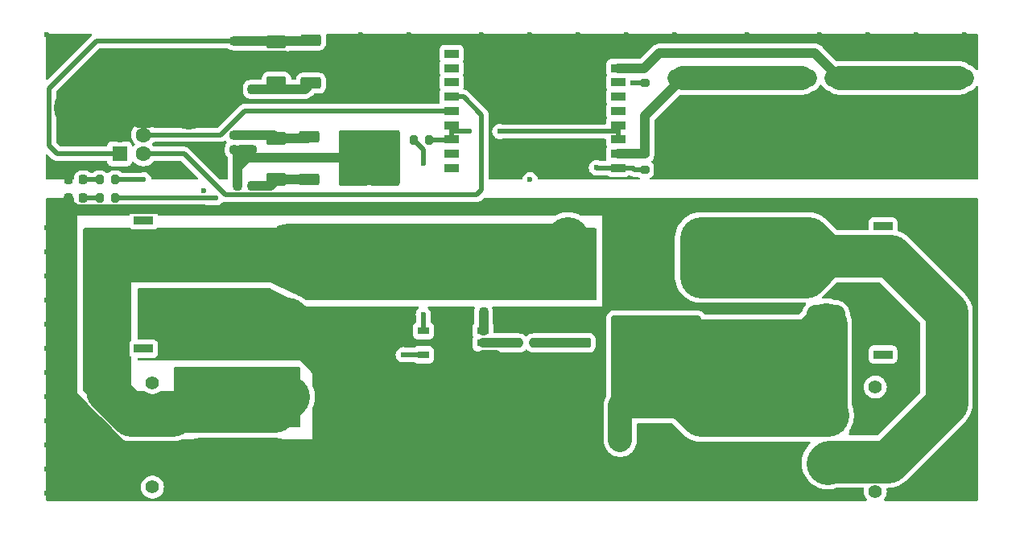
<source format=gbr>
%TF.GenerationSoftware,KiCad,Pcbnew,8.0.3*%
%TF.CreationDate,2024-08-31T13:36:08+09:00*%
%TF.ProjectId,Altair_Remote_Emergency_Stop_V1,416c7461-6972-45f5-9265-6d6f74655f45,rev?*%
%TF.SameCoordinates,Original*%
%TF.FileFunction,Copper,L1,Top*%
%TF.FilePolarity,Positive*%
%FSLAX46Y46*%
G04 Gerber Fmt 4.6, Leading zero omitted, Abs format (unit mm)*
G04 Created by KiCad (PCBNEW 8.0.3) date 2024-08-31 13:36:08*
%MOMM*%
%LPD*%
G01*
G04 APERTURE LIST*
G04 Aperture macros list*
%AMRoundRect*
0 Rectangle with rounded corners*
0 $1 Rounding radius*
0 $2 $3 $4 $5 $6 $7 $8 $9 X,Y pos of 4 corners*
0 Add a 4 corners polygon primitive as box body*
4,1,4,$2,$3,$4,$5,$6,$7,$8,$9,$2,$3,0*
0 Add four circle primitives for the rounded corners*
1,1,$1+$1,$2,$3*
1,1,$1+$1,$4,$5*
1,1,$1+$1,$6,$7*
1,1,$1+$1,$8,$9*
0 Add four rect primitives between the rounded corners*
20,1,$1+$1,$2,$3,$4,$5,0*
20,1,$1+$1,$4,$5,$6,$7,0*
20,1,$1+$1,$6,$7,$8,$9,0*
20,1,$1+$1,$8,$9,$2,$3,0*%
G04 Aperture macros list end*
%TA.AperFunction,SMDPad,CuDef*%
%ADD10RoundRect,0.200000X0.275000X-0.200000X0.275000X0.200000X-0.275000X0.200000X-0.275000X-0.200000X0*%
%TD*%
%TA.AperFunction,SMDPad,CuDef*%
%ADD11RoundRect,0.250000X-1.000000X1.750000X-1.000000X-1.750000X1.000000X-1.750000X1.000000X1.750000X0*%
%TD*%
%TA.AperFunction,SMDPad,CuDef*%
%ADD12RoundRect,0.200000X-0.200000X-0.275000X0.200000X-0.275000X0.200000X0.275000X-0.200000X0.275000X0*%
%TD*%
%TA.AperFunction,ComponentPad*%
%ADD13R,1.600000X1.600000*%
%TD*%
%TA.AperFunction,ComponentPad*%
%ADD14C,1.600000*%
%TD*%
%TA.AperFunction,ComponentPad*%
%ADD15C,4.000000*%
%TD*%
%TA.AperFunction,SMDPad,CuDef*%
%ADD16RoundRect,0.250000X-0.800000X0.450000X-0.800000X-0.450000X0.800000X-0.450000X0.800000X0.450000X0*%
%TD*%
%TA.AperFunction,SMDPad,CuDef*%
%ADD17RoundRect,0.200000X0.200000X0.275000X-0.200000X0.275000X-0.200000X-0.275000X0.200000X-0.275000X0*%
%TD*%
%TA.AperFunction,SMDPad,CuDef*%
%ADD18RoundRect,0.225000X-0.250000X0.225000X-0.250000X-0.225000X0.250000X-0.225000X0.250000X0.225000X0*%
%TD*%
%TA.AperFunction,ComponentPad*%
%ADD19R,2.000000X0.900000*%
%TD*%
%TA.AperFunction,ComponentPad*%
%ADD20RoundRect,1.025000X-1.025000X1.025000X-1.025000X-1.025000X1.025000X-1.025000X1.025000X1.025000X0*%
%TD*%
%TA.AperFunction,ComponentPad*%
%ADD21C,4.100000*%
%TD*%
%TA.AperFunction,SMDPad,CuDef*%
%ADD22RoundRect,0.250000X0.450000X0.800000X-0.450000X0.800000X-0.450000X-0.800000X0.450000X-0.800000X0*%
%TD*%
%TA.AperFunction,ComponentPad*%
%ADD23C,1.400000*%
%TD*%
%TA.AperFunction,ComponentPad*%
%ADD24R,3.500000X3.500000*%
%TD*%
%TA.AperFunction,ComponentPad*%
%ADD25C,3.500000*%
%TD*%
%TA.AperFunction,ComponentPad*%
%ADD26O,3.200000X1.900000*%
%TD*%
%TA.AperFunction,SMDPad,CuDef*%
%ADD27RoundRect,0.218750X-0.218750X-0.256250X0.218750X-0.256250X0.218750X0.256250X-0.218750X0.256250X0*%
%TD*%
%TA.AperFunction,SMDPad,CuDef*%
%ADD28RoundRect,0.225000X0.225000X0.250000X-0.225000X0.250000X-0.225000X-0.250000X0.225000X-0.250000X0*%
%TD*%
%TA.AperFunction,ComponentPad*%
%ADD29RoundRect,1.025000X1.025000X-1.025000X1.025000X1.025000X-1.025000X1.025000X-1.025000X-1.025000X0*%
%TD*%
%TA.AperFunction,ComponentPad*%
%ADD30C,2.500000*%
%TD*%
%TA.AperFunction,SMDPad,CuDef*%
%ADD31RoundRect,0.250000X-0.850000X-0.350000X0.850000X-0.350000X0.850000X0.350000X-0.850000X0.350000X0*%
%TD*%
%TA.AperFunction,SMDPad,CuDef*%
%ADD32RoundRect,0.250000X-1.275000X-1.125000X1.275000X-1.125000X1.275000X1.125000X-1.275000X1.125000X0*%
%TD*%
%TA.AperFunction,SMDPad,CuDef*%
%ADD33RoundRect,0.249997X-2.950003X-2.650003X2.950003X-2.650003X2.950003X2.650003X-2.950003X2.650003X0*%
%TD*%
%TA.AperFunction,SMDPad,CuDef*%
%ADD34R,1.500000X0.900000*%
%TD*%
%TA.AperFunction,HeatsinkPad*%
%ADD35C,0.600000*%
%TD*%
%TA.AperFunction,SMDPad,CuDef*%
%ADD36R,2.900000X2.900000*%
%TD*%
%TA.AperFunction,SMDPad,CuDef*%
%ADD37RoundRect,0.250000X-2.050000X-0.300000X2.050000X-0.300000X2.050000X0.300000X-2.050000X0.300000X0*%
%TD*%
%TA.AperFunction,SMDPad,CuDef*%
%ADD38RoundRect,0.250000X-2.025000X-2.375000X2.025000X-2.375000X2.025000X2.375000X-2.025000X2.375000X0*%
%TD*%
%TA.AperFunction,SMDPad,CuDef*%
%ADD39RoundRect,0.250002X-4.449998X-5.149998X4.449998X-5.149998X4.449998X5.149998X-4.449998X5.149998X0*%
%TD*%
%TA.AperFunction,SMDPad,CuDef*%
%ADD40R,1.200000X0.800000*%
%TD*%
%TA.AperFunction,ViaPad*%
%ADD41C,0.600000*%
%TD*%
%TA.AperFunction,Conductor*%
%ADD42C,0.500000*%
%TD*%
%TA.AperFunction,Conductor*%
%ADD43C,1.000000*%
%TD*%
%TA.AperFunction,Conductor*%
%ADD44C,4.500000*%
%TD*%
%TA.AperFunction,Conductor*%
%ADD45C,2.540000*%
%TD*%
G04 APERTURE END LIST*
D10*
%TO.P,R3,1*%
%TO.N,+3.3V*%
X164465000Y-88900000D03*
%TO.P,R3,2*%
%TO.N,Net-(U1-GPIO9)*%
X164465000Y-87250000D03*
%TD*%
D11*
%TO.P,C9,1*%
%TO.N,+24V*%
X127000000Y-105855000D03*
%TO.P,C9,2*%
%TO.N,GND1*%
X127000000Y-113855000D03*
%TD*%
D12*
%TO.P,R6,1*%
%TO.N,Net-(R6-Pad1)*%
X151170000Y-116218974D03*
%TO.P,R6,2*%
%TO.N,Net-(Q1-G)*%
X152820000Y-116218974D03*
%TD*%
D13*
%TO.P,J1,1,VBUS*%
%TO.N,+5V*%
X109240000Y-96322500D03*
D14*
%TO.P,J1,2,D-*%
%TO.N,USB-*%
X111740000Y-96322500D03*
%TO.P,J1,3,D+*%
%TO.N,USB+*%
X111740000Y-94322500D03*
%TO.P,J1,4,GND*%
%TO.N,GND*%
X109240000Y-94322500D03*
D15*
%TO.P,J1,5,Shield*%
X104490000Y-91462500D03*
X116490000Y-91462500D03*
%TD*%
D16*
%TO.P,D4,1,K*%
%TO.N,+24V*%
X125730000Y-94660000D03*
%TO.P,D4,2,A*%
%TO.N,+12V*%
X125730000Y-99060000D03*
%TD*%
D17*
%TO.P,R5,1*%
%TO.N,Ps1*%
X141795000Y-94890385D03*
%TO.P,R5,2*%
%TO.N,Net-(R5-Pad2)*%
X140145000Y-94890385D03*
%TD*%
D18*
%TO.P,C4,1*%
%TO.N,+24V*%
X121285000Y-94335000D03*
%TO.P,C4,2*%
%TO.N,GND1*%
X121285000Y-95885000D03*
%TD*%
D19*
%TO.P,J2,*%
%TO.N,*%
X189515000Y-103950000D03*
X189515000Y-117450000D03*
D20*
%TO.P,J2,1,Pin_1*%
%TO.N,-1*%
X183515000Y-114300000D03*
D21*
%TO.P,J2,2,Pin_2*%
%TO.N,+1*%
X183515000Y-107100000D03*
%TD*%
D22*
%TO.P,D3,1,K*%
%TO.N,-1*%
X161880000Y-126430000D03*
%TO.P,D3,2,A*%
%TO.N,GND1*%
X157480000Y-126430000D03*
%TD*%
D23*
%TO.P,J4,*%
%TO.N,*%
X112695000Y-131400000D03*
X112695000Y-120400000D03*
D24*
%TO.P,J4,1,Pin_1*%
%TO.N,GND1*%
X117695000Y-128400000D03*
D25*
%TO.P,J4,2,Pin_2*%
%TO.N,+24V*%
X117695000Y-123400000D03*
%TD*%
D26*
%TO.P,SW1,1,1*%
%TO.N,GND*%
X180975000Y-93345000D03*
X168475000Y-93345000D03*
%TO.P,SW1,2,2*%
%TO.N,Net-(U1-EN{slash}CHIP_PU)*%
X180975000Y-88345000D03*
X168475000Y-88345000D03*
%TD*%
D27*
%TO.P,D1,1,K*%
%TO.N,GND*%
X103835000Y-99060000D03*
%TO.P,D1,2,A*%
%TO.N,Net-(D1-A)*%
X105410000Y-99060000D03*
%TD*%
D28*
%TO.P,C3,1*%
%TO.N,+3.3V*%
X123190000Y-89535000D03*
%TO.P,C3,2*%
%TO.N,GND*%
X121640000Y-89535000D03*
%TD*%
D23*
%TO.P,J5,*%
%TO.N,*%
X188715000Y-120865000D03*
X188715000Y-131865000D03*
D24*
%TO.P,J5,1,Pin_1*%
%TO.N,-1*%
X183715000Y-123865000D03*
D25*
%TO.P,J5,2,Pin_2*%
%TO.N,+1*%
X183715000Y-128865000D03*
%TD*%
D28*
%TO.P,C6,1*%
%TO.N,+12V*%
X123190000Y-99695000D03*
%TO.P,C6,2*%
%TO.N,GND1*%
X121640000Y-99695000D03*
%TD*%
D17*
%TO.P,R1,1*%
%TO.N,+3.3V*%
X108775000Y-99060000D03*
%TO.P,R1,2*%
%TO.N,Net-(D1-A)*%
X107125000Y-99060000D03*
%TD*%
D28*
%TO.P,C7,1*%
%TO.N,+12V*%
X147505000Y-113030000D03*
%TO.P,C7,2*%
%TO.N,GND1*%
X145955000Y-113030000D03*
%TD*%
D10*
%TO.P,R2,1*%
%TO.N,+3.3V*%
X164465000Y-97980000D03*
%TO.P,R2,2*%
%TO.N,Net-(U1-EN{slash}CHIP_PU)*%
X164465000Y-96330000D03*
%TD*%
D11*
%TO.P,C8,1*%
%TO.N,+24V*%
X127000000Y-121920000D03*
%TO.P,C8,2*%
%TO.N,GND1*%
X127000000Y-129920000D03*
%TD*%
D19*
%TO.P,J3,*%
%TO.N,*%
X111760000Y-116840000D03*
X111760000Y-103340000D03*
D29*
%TO.P,J3,1,Pin_1*%
%TO.N,GND1*%
X117760000Y-113690000D03*
D21*
%TO.P,J3,2,Pin_2*%
%TO.N,+24V*%
X117760000Y-106490000D03*
%TD*%
D30*
%TO.P,U5,1,1*%
%TO.N,+24V*%
X156380000Y-105240000D03*
X156380000Y-109240000D03*
%TO.P,U5,2,2*%
%TO.N,+1*%
X170380000Y-105240000D03*
X170380000Y-109240000D03*
%TD*%
D31*
%TO.P,U3,1,IN*%
%TO.N,+24V*%
X129185000Y-94495000D03*
D32*
%TO.P,U3,2,GND*%
%TO.N,GND1*%
X133810000Y-95250000D03*
X133810000Y-98300000D03*
D33*
X135485000Y-96775000D03*
D32*
X137160000Y-95250000D03*
X137160000Y-98300000D03*
D31*
%TO.P,U3,3,OUT*%
%TO.N,+12V*%
X129185000Y-99055000D03*
%TD*%
D10*
%TO.P,R7,1*%
%TO.N,GND1*%
X149225000Y-117855000D03*
%TO.P,R7,2*%
%TO.N,Net-(R6-Pad1)*%
X149225000Y-116205000D03*
%TD*%
D18*
%TO.P,C1,1*%
%TO.N,+5V*%
X123190000Y-84455000D03*
%TO.P,C1,2*%
%TO.N,GND*%
X123190000Y-86005000D03*
%TD*%
D34*
%TO.P,U1,1,+3.3V*%
%TO.N,+3.3V*%
X161645000Y-97810000D03*
%TO.P,U1,2,EN/CHIP_PU*%
%TO.N,Net-(U1-EN{slash}CHIP_PU)*%
X161645000Y-96310000D03*
%TO.P,U1,3,GPIO4/ADC1_CH4*%
%TO.N,Ps1*%
X161645000Y-94810000D03*
%TO.P,U1,4,GPIO5/ADC2_CH0*%
X161645000Y-93310000D03*
%TO.P,U1,5,GPIO6*%
%TO.N,unconnected-(U1-GPIO6-Pad5)*%
X161645000Y-91810000D03*
%TO.P,U1,6,GPIO7*%
%TO.N,unconnected-(U1-GPIO7-Pad6)*%
X161645000Y-90310000D03*
%TO.P,U1,7,GPIO8*%
%TO.N,unconnected-(U1-GPIO8-Pad7)*%
X161645000Y-88810000D03*
%TO.P,U1,8,GPIO9*%
%TO.N,Net-(U1-GPIO9)*%
X161645000Y-87310000D03*
%TO.P,U1,9,GND*%
%TO.N,GND*%
X161645000Y-85810000D03*
%TO.P,U1,10,GPIO10*%
%TO.N,unconnected-(U1-GPIO10-Pad10)*%
X144145000Y-85810000D03*
%TO.P,U1,11,GPIO20/U0RXD*%
%TO.N,unconnected-(U1-GPIO20{slash}U0RXD-Pad11)*%
X144145000Y-87310000D03*
%TO.P,U1,12,GPIO21/U0TXD*%
%TO.N,unconnected-(U1-GPIO21{slash}U0TXD-Pad12)*%
X144145000Y-88810000D03*
%TO.P,U1,13,GPIO18/USB_D-*%
%TO.N,USB-*%
X144145000Y-90310000D03*
%TO.P,U1,14,GPIO19/USB_D+*%
%TO.N,USB+*%
X144145000Y-91810000D03*
%TO.P,U1,15,GPIO3/ADC1_CH3*%
%TO.N,Ps1*%
X144145000Y-93310000D03*
%TO.P,U1,16,GPIO2/ADC1_CH2*%
X144145000Y-94810000D03*
%TO.P,U1,17,GPIO1/ADC1_CH1/XTAL_32K_N*%
%TO.N,unconnected-(U1-GPIO1{slash}ADC1_CH1{slash}XTAL_32K_N-Pad17)*%
X144145000Y-96310000D03*
%TO.P,U1,18,GPIO0/ADC1_CH0/XTAL_32K_P*%
%TO.N,unconnected-(U1-GPIO0{slash}ADC1_CH0{slash}XTAL_32K_P-Pad18)*%
X144145000Y-97810000D03*
D35*
%TO.P,U1,19,GND*%
%TO.N,GND*%
X153035000Y-92160000D03*
X153035000Y-91060000D03*
X152485000Y-92710000D03*
X152485000Y-91610000D03*
X152485000Y-90510000D03*
X151935000Y-92160000D03*
D36*
X151935000Y-91610000D03*
D35*
X151935000Y-91060000D03*
X151385000Y-92710000D03*
X151385000Y-91610000D03*
X151385000Y-90510000D03*
X150835000Y-92160000D03*
X150835000Y-91060000D03*
%TD*%
D27*
%TO.P,D2,1,K*%
%TO.N,GND1*%
X103835000Y-100965000D03*
%TO.P,D2,2,A*%
%TO.N,Net-(D2-A)*%
X105410000Y-100965000D03*
%TD*%
D37*
%TO.P,Q1,1,G*%
%TO.N,Net-(Q1-G)*%
X156485000Y-116205000D03*
D38*
%TO.P,Q1,2,D*%
%TO.N,-1*%
X163210000Y-115970000D03*
X163210000Y-121520000D03*
D39*
X165635000Y-118745000D03*
D38*
X168060000Y-115970000D03*
X168060000Y-121520000D03*
D37*
%TO.P,Q1,3,S*%
%TO.N,GND1*%
X156485000Y-121285000D03*
%TD*%
D31*
%TO.P,U2,1,VI*%
%TO.N,+5V*%
X129360000Y-84335000D03*
D32*
%TO.P,U2,2,GND*%
%TO.N,GND*%
X133985000Y-85090000D03*
X133985000Y-88140000D03*
D33*
X135660000Y-86615000D03*
D32*
X137335000Y-85090000D03*
X137335000Y-88140000D03*
D31*
%TO.P,U2,3,VO*%
%TO.N,+3.3V*%
X129360000Y-88895000D03*
%TD*%
D26*
%TO.P,SW2,1,1*%
%TO.N,Net-(U1-GPIO9)*%
X184985000Y-88345000D03*
X197485000Y-88345000D03*
%TO.P,SW2,2,2*%
%TO.N,GND*%
X184985000Y-93345000D03*
X197485000Y-93345000D03*
%TD*%
D17*
%TO.P,R4,1*%
%TO.N,+12V*%
X108775000Y-100965000D03*
%TO.P,R4,2*%
%TO.N,Net-(D2-A)*%
X107125000Y-100965000D03*
%TD*%
D18*
%TO.P,C5,1*%
%TO.N,+24V*%
X123190000Y-94335000D03*
%TO.P,C5,2*%
%TO.N,GND1*%
X123190000Y-95885000D03*
%TD*%
%TO.P,C2,1*%
%TO.N,+5V*%
X121285000Y-84455000D03*
%TO.P,C2,2*%
%TO.N,GND*%
X121285000Y-86005000D03*
%TD*%
D40*
%TO.P,U4,1*%
%TO.N,Net-(R5-Pad2)*%
X141180000Y-114935000D03*
%TO.P,U4,3*%
%TO.N,GND*%
X141180000Y-117475000D03*
%TO.P,U4,4*%
%TO.N,GND1*%
X147480000Y-117475000D03*
%TO.P,U4,5*%
%TO.N,Net-(R6-Pad1)*%
X147480000Y-116205000D03*
%TO.P,U4,6*%
%TO.N,+12V*%
X147480000Y-114935000D03*
%TD*%
D16*
%TO.P,D5,1,K*%
%TO.N,+5V*%
X125730000Y-84500000D03*
%TO.P,D5,2,A*%
%TO.N,+3.3V*%
X125730000Y-88900000D03*
%TD*%
D41*
%TO.N,GND*%
X102616000Y-98552000D03*
%TO.N,*%
X152400000Y-99060000D03*
%TO.N,GND*%
X167640000Y-83820000D03*
X185420000Y-96520000D03*
X195580000Y-96520000D03*
X152400000Y-83820000D03*
X119380000Y-88900000D03*
X149860000Y-96520000D03*
X139700000Y-83820000D03*
X139065000Y-90805000D03*
X198120000Y-83820000D03*
X160020000Y-86360000D03*
X111760000Y-91440000D03*
X198120000Y-96520000D03*
X187960000Y-96520000D03*
X162560000Y-83820000D03*
X190500000Y-96520000D03*
X119380000Y-96520000D03*
X172720000Y-96520000D03*
X182880000Y-83820000D03*
X111760000Y-86360000D03*
X167640000Y-96520000D03*
X137160000Y-86360000D03*
X193040000Y-96520000D03*
X175260000Y-96520000D03*
X177800000Y-96520000D03*
X106680000Y-86360000D03*
X109220000Y-88900000D03*
X175260000Y-83820000D03*
X154940000Y-96520000D03*
X121920000Y-86360000D03*
X154940000Y-86360000D03*
X114300000Y-88900000D03*
X134620000Y-83820000D03*
X147320000Y-83820000D03*
X182880000Y-96520000D03*
X116840000Y-86360000D03*
X157480000Y-83820000D03*
X139065000Y-117475000D03*
X127000000Y-86360000D03*
X187960000Y-83820000D03*
X149860000Y-86360000D03*
X180340000Y-96520000D03*
X142240000Y-86360000D03*
X101600000Y-83820000D03*
X193040000Y-83820000D03*
X132080000Y-86360000D03*
X170180000Y-96520000D03*
X106680000Y-91440000D03*
%TO.N,+3.3V*%
X159385000Y-97790000D03*
X163195000Y-88900000D03*
X129360000Y-88895000D03*
X111760000Y-99060000D03*
X163195000Y-97810000D03*
%TO.N,+24V*%
X127635000Y-94660000D03*
X130175000Y-105855000D03*
%TO.N,GND1*%
X152400000Y-129540000D03*
X109220000Y-129540000D03*
X144780000Y-132080000D03*
X193040000Y-132080000D03*
X133350000Y-97790000D03*
X111760000Y-129540000D03*
X167640000Y-129540000D03*
X175260000Y-132080000D03*
X162560000Y-106680000D03*
X142240000Y-124460000D03*
X109220000Y-132080000D03*
X104140000Y-129540000D03*
X149860000Y-127000000D03*
X139700000Y-132080000D03*
X134620000Y-95250000D03*
X162560000Y-101600000D03*
X133350000Y-96520000D03*
X165100000Y-104140000D03*
X133350000Y-101715000D03*
X165100000Y-132080000D03*
X124460000Y-116840000D03*
X114300000Y-116840000D03*
X114300000Y-127000000D03*
X195580000Y-129540000D03*
X106680000Y-132080000D03*
X170180000Y-132080000D03*
X165100000Y-111760000D03*
X101600000Y-116840000D03*
X109220000Y-127000000D03*
X114300000Y-129540000D03*
X119380000Y-132080000D03*
X101600000Y-104140000D03*
X152400000Y-124460000D03*
X162560000Y-109220000D03*
X162560000Y-129540000D03*
X180340000Y-132080000D03*
X101600000Y-132080000D03*
X137160000Y-95250000D03*
X134620000Y-96520000D03*
X190500000Y-121920000D03*
X101600000Y-119380000D03*
X106680000Y-127000000D03*
X165100000Y-127000000D03*
X162560000Y-104140000D03*
X154940000Y-127000000D03*
X182880000Y-101600000D03*
X193040000Y-114300000D03*
X101600000Y-106680000D03*
X101600000Y-121920000D03*
X111760000Y-127000000D03*
X180340000Y-127000000D03*
X147320000Y-101600000D03*
X198120000Y-106680000D03*
X154940000Y-132080000D03*
X101600000Y-111760000D03*
X175260000Y-127000000D03*
X162560000Y-111760000D03*
X157480000Y-101600000D03*
X144780000Y-127000000D03*
X187960000Y-114300000D03*
X121640000Y-98070000D03*
X198120000Y-101600000D03*
X157480000Y-129540000D03*
X118110000Y-102235000D03*
X114300000Y-111760000D03*
X118110000Y-100215000D03*
X101600000Y-129540000D03*
X104140000Y-121920000D03*
X147320000Y-124460000D03*
X190500000Y-111760000D03*
X134620000Y-97790000D03*
X135890000Y-96520000D03*
X101600000Y-124460000D03*
X198120000Y-132080000D03*
X147320000Y-129540000D03*
X152400000Y-101600000D03*
X111760000Y-114300000D03*
X104140000Y-132080000D03*
X177800000Y-129540000D03*
X187960000Y-119380000D03*
X165100000Y-101600000D03*
X160020000Y-132080000D03*
X170180000Y-127000000D03*
X137160000Y-124460000D03*
X187960000Y-124460000D03*
X142240000Y-129540000D03*
X101600000Y-114300000D03*
X170180000Y-101600000D03*
X172720000Y-129540000D03*
X106680000Y-124460000D03*
X106680000Y-129540000D03*
X133350000Y-95250000D03*
X195580000Y-104140000D03*
X127000000Y-114300000D03*
X101600000Y-127000000D03*
X165100000Y-106680000D03*
X104140000Y-124460000D03*
X119380000Y-116840000D03*
X135890000Y-95250000D03*
X187960000Y-101600000D03*
X104140000Y-127000000D03*
X193040000Y-101600000D03*
X193040000Y-119380000D03*
X114300000Y-132080000D03*
X149860000Y-132080000D03*
X157480000Y-124460000D03*
X121920000Y-114300000D03*
X101600000Y-109220000D03*
X137160000Y-96520000D03*
X165100000Y-109220000D03*
X177800000Y-101600000D03*
X139700000Y-127000000D03*
X116840000Y-132080000D03*
X137160000Y-129540000D03*
X137160000Y-97790000D03*
X135890000Y-97790000D03*
%TO.N,+12V*%
X147505000Y-114300000D03*
X119380000Y-100965000D03*
X127635000Y-99055000D03*
%TO.N,Net-(R5-Pad2)*%
X141180000Y-113240000D03*
X141180000Y-97365000D03*
%TO.N,Ps1*%
X146050000Y-93980000D03*
X149225000Y-93980000D03*
%TD*%
D42*
%TO.N,+5V*%
X109240000Y-96322500D02*
X102672500Y-96322500D01*
X102672500Y-96322500D02*
X101790000Y-95440000D01*
D43*
X129240000Y-84455000D02*
X129360000Y-84335000D01*
D42*
X101790000Y-95440000D02*
X101790000Y-89460000D01*
X106795000Y-84455000D02*
X121285000Y-84455000D01*
X101790000Y-89460000D02*
X106795000Y-84455000D01*
D43*
X121285000Y-84455000D02*
X129240000Y-84455000D01*
%TO.N,GND*%
X127355000Y-86005000D02*
X131725000Y-86005000D01*
D42*
X107350000Y-94322500D02*
X104490000Y-91462500D01*
D43*
X122275000Y-86005000D02*
X126645000Y-86005000D01*
D42*
X141180000Y-117475000D02*
X139065000Y-117475000D01*
D43*
X126645000Y-86005000D02*
X127000000Y-86360000D01*
X121285000Y-86005000D02*
X121285000Y-87630000D01*
D42*
X109240000Y-94322500D02*
X107350000Y-94322500D01*
D43*
X121285000Y-87630000D02*
X121285000Y-89180000D01*
D42*
X139065000Y-90805000D02*
X139065000Y-89870000D01*
D44*
X104512500Y-91440000D02*
X106680000Y-91440000D01*
X109782500Y-89462500D02*
X111760000Y-91440000D01*
D43*
X114300000Y-88900000D02*
X114300000Y-89652500D01*
X121565000Y-86005000D02*
X121920000Y-86360000D01*
D44*
X106680000Y-89272500D02*
X106490000Y-89462500D01*
D43*
X114300000Y-89652500D02*
X114490000Y-89462500D01*
D45*
X168475000Y-93345000D02*
X197485000Y-93345000D01*
D44*
X104490000Y-91462500D02*
X104512500Y-91440000D01*
D43*
X116322500Y-87630000D02*
X115052500Y-88900000D01*
D44*
X113737500Y-89462500D02*
X114490000Y-89462500D01*
X116490000Y-91462500D02*
X114490000Y-89462500D01*
X109220000Y-88900000D02*
X109782500Y-89462500D01*
D43*
X121285000Y-86005000D02*
X121565000Y-86005000D01*
D44*
X106490000Y-89462500D02*
X109220000Y-88900000D01*
D43*
X131725000Y-86005000D02*
X132080000Y-86360000D01*
D42*
X139065000Y-89870000D02*
X137335000Y-88140000D01*
D43*
X121920000Y-86360000D02*
X122275000Y-86005000D01*
X135050000Y-86005000D02*
X135660000Y-86615000D01*
X132435000Y-86005000D02*
X135050000Y-86005000D01*
X115052500Y-88900000D02*
X114300000Y-88900000D01*
D44*
X111760000Y-91440000D02*
X113737500Y-89462500D01*
D43*
X127000000Y-86360000D02*
X127355000Y-86005000D01*
X132080000Y-86360000D02*
X132435000Y-86005000D01*
X121285000Y-89180000D02*
X121640000Y-89535000D01*
D44*
X106680000Y-91440000D02*
X106680000Y-89272500D01*
D43*
X121285000Y-87630000D02*
X116322500Y-87630000D01*
%TO.N,+3.3V*%
X123190000Y-89535000D02*
X128720000Y-89535000D01*
D42*
X161645000Y-97810000D02*
X163195000Y-97810000D01*
X163195000Y-88900000D02*
X164465000Y-88900000D01*
X164465000Y-97980000D02*
X163365000Y-97980000D01*
D43*
X128720000Y-89535000D02*
X129360000Y-88895000D01*
D42*
X163365000Y-97980000D02*
X163195000Y-97810000D01*
X161645000Y-97810000D02*
X159405000Y-97810000D01*
X159405000Y-97810000D02*
X159385000Y-97790000D01*
X111760000Y-99060000D02*
X108775000Y-99060000D01*
D44*
%TO.N,+24V*%
X110490000Y-123825000D02*
X107950000Y-121285000D01*
X130175000Y-105855000D02*
X155765000Y-105855000D01*
X114795127Y-123825000D02*
X110490000Y-123825000D01*
X156380000Y-109240000D02*
X129115000Y-109240000D01*
X115220127Y-123400000D02*
X114795127Y-123825000D01*
D43*
X121285000Y-94335000D02*
X125405000Y-94335000D01*
D44*
X155765000Y-105855000D02*
X156380000Y-105240000D01*
X117695000Y-123400000D02*
X125520000Y-123400000D01*
D43*
X127635000Y-94660000D02*
X129020000Y-94660000D01*
D44*
X125520000Y-123400000D02*
X127000000Y-121920000D01*
X107950000Y-109220000D02*
X110680000Y-106490000D01*
X129115000Y-109240000D02*
X126365000Y-106490000D01*
D43*
X129020000Y-94660000D02*
X129185000Y-94495000D01*
D44*
X121285000Y-106490000D02*
X126365000Y-106490000D01*
X110680000Y-106490000D02*
X121285000Y-106490000D01*
X107950000Y-121285000D02*
X107950000Y-109220000D01*
X117695000Y-123400000D02*
X115220127Y-123400000D01*
D43*
X125730000Y-94660000D02*
X127635000Y-94660000D01*
D44*
X126365000Y-106490000D02*
X127000000Y-105855000D01*
X127000000Y-105855000D02*
X130175000Y-105855000D01*
X117760000Y-106490000D02*
X121285000Y-106490000D01*
X156380000Y-105240000D02*
X156380000Y-109240000D01*
D43*
X125405000Y-94335000D02*
X125730000Y-94660000D01*
%TO.N,GND1*%
X135230000Y-96775000D02*
X135890000Y-96520000D01*
X104413070Y-121920000D02*
X106680000Y-124186930D01*
X133350000Y-96520000D02*
X133605000Y-96775000D01*
X109220000Y-126726930D02*
X109220000Y-127000000D01*
X133095000Y-96775000D02*
X133350000Y-96520000D01*
X121640000Y-97790000D02*
X121640000Y-96240000D01*
X104140000Y-121920000D02*
X104413070Y-121920000D01*
X121640000Y-98070000D02*
X121640000Y-97790000D01*
X106680000Y-124186930D02*
X106680000Y-124460000D01*
D45*
X157480000Y-126430000D02*
X157480000Y-124460000D01*
D44*
X134513196Y-121285000D02*
X133985000Y-120756804D01*
D43*
X110893070Y-128400000D02*
X117695000Y-128400000D01*
D44*
X133985000Y-120756804D02*
X133985000Y-129540000D01*
D43*
X133605000Y-96775000D02*
X134365000Y-96775000D01*
X121640000Y-96240000D02*
X121285000Y-95885000D01*
X104140000Y-121646930D02*
X104140000Y-121920000D01*
X134875000Y-96775000D02*
X135230000Y-96775000D01*
X104585001Y-102190000D02*
X103835000Y-101439999D01*
X103835000Y-100965000D02*
X103835000Y-121341930D01*
D44*
X156485000Y-121285000D02*
X134513196Y-121285000D01*
D43*
X121995000Y-95885000D02*
X121640000Y-96240000D01*
X134365000Y-96775000D02*
X134620000Y-96520000D01*
X121640000Y-98070000D02*
X121640000Y-99695000D01*
X122655000Y-96775000D02*
X133095000Y-96775000D01*
D44*
X133985000Y-129540000D02*
X132080000Y-129540000D01*
X122530000Y-113690000D02*
X126835000Y-113690000D01*
X127083196Y-113855000D02*
X127000000Y-113771804D01*
D43*
X135890000Y-96520000D02*
X135740000Y-96775000D01*
D45*
X157480000Y-124460000D02*
X157480000Y-122280000D01*
D44*
X117695000Y-128400000D02*
X125480000Y-128400000D01*
X127000000Y-113855000D02*
X127083196Y-113855000D01*
D43*
X123190000Y-95885000D02*
X121995000Y-95885000D01*
D45*
X157480000Y-122280000D02*
X156485000Y-121285000D01*
D44*
X126835000Y-113690000D02*
X127000000Y-113855000D01*
X121310000Y-113690000D02*
X121920000Y-114300000D01*
X127528196Y-114300000D02*
X133985000Y-120756804D01*
D43*
X103835000Y-121341930D02*
X104140000Y-121646930D01*
D44*
X117760000Y-113690000D02*
X121310000Y-113690000D01*
D43*
X118110000Y-102235000D02*
X118065000Y-102190000D01*
X147480000Y-117475000D02*
X148845000Y-117475000D01*
X106680000Y-124460000D02*
X106953070Y-124460000D01*
X118065000Y-102190000D02*
X104585001Y-102190000D01*
D44*
X132080000Y-129540000D02*
X131700000Y-129920000D01*
D43*
X121640000Y-96240000D02*
X122120000Y-96240000D01*
D44*
X131700000Y-129920000D02*
X127000000Y-129920000D01*
D43*
X103835000Y-101439999D02*
X103835000Y-100965000D01*
X122120000Y-96240000D02*
X122655000Y-96775000D01*
X121640000Y-97790000D02*
X122655000Y-96775000D01*
D44*
X127000000Y-113771804D02*
X127000000Y-114300000D01*
D43*
X109220000Y-127000000D02*
X109493070Y-127000000D01*
X135740000Y-96775000D02*
X135485000Y-96775000D01*
X134620000Y-96520000D02*
X134875000Y-96775000D01*
D44*
X121920000Y-114300000D02*
X122530000Y-113690000D01*
D43*
X148845000Y-117475000D02*
X149225000Y-117855000D01*
X109493070Y-127000000D02*
X110893070Y-128400000D01*
D44*
X127000000Y-114300000D02*
X127528196Y-114300000D01*
X125480000Y-128400000D02*
X127000000Y-129920000D01*
D43*
X106953070Y-124460000D02*
X109220000Y-126726930D01*
%TO.N,+12V*%
X125735000Y-99055000D02*
X125730000Y-99060000D01*
X125095000Y-99695000D02*
X125730000Y-99060000D01*
X147505000Y-113030000D02*
X147505000Y-114300000D01*
X147505000Y-114910000D02*
X147480000Y-114935000D01*
X147505000Y-114300000D02*
X147505000Y-114910000D01*
D42*
X119380000Y-100965000D02*
X108775000Y-100965000D01*
D43*
X127635000Y-99055000D02*
X125735000Y-99055000D01*
X123190000Y-99695000D02*
X125095000Y-99695000D01*
X129185000Y-99055000D02*
X127635000Y-99055000D01*
D42*
%TO.N,Net-(D1-A)*%
X105410000Y-99060000D02*
X107125000Y-99060000D01*
%TO.N,Net-(D2-A)*%
X105410000Y-100965000D02*
X107125000Y-100965000D01*
D44*
%TO.N,-1*%
X170815000Y-115970000D02*
X170815000Y-123455000D01*
X176530000Y-115970000D02*
X176530000Y-122595000D01*
X177800000Y-123865000D02*
X175260000Y-123865000D01*
X170815000Y-123455000D02*
X170405000Y-123865000D01*
X176530000Y-115970000D02*
X179705000Y-115970000D01*
X179705000Y-115970000D02*
X181845000Y-115970000D01*
X179705000Y-115970000D02*
X179705000Y-122595000D01*
X173355000Y-115970000D02*
X173355000Y-121960000D01*
X173355000Y-115970000D02*
X176530000Y-115970000D01*
X175260000Y-123865000D02*
X170405000Y-123865000D01*
X168060000Y-115970000D02*
X170815000Y-115970000D01*
X170815000Y-115970000D02*
X173355000Y-115970000D01*
X183515000Y-114300000D02*
X183515000Y-123665000D01*
D45*
X161880000Y-122850000D02*
X163210000Y-121520000D01*
D44*
X183515000Y-123665000D02*
X183715000Y-123865000D01*
X170405000Y-123865000D02*
X168060000Y-121520000D01*
X180975000Y-123865000D02*
X177800000Y-123865000D01*
X181845000Y-115970000D02*
X183515000Y-114300000D01*
X183715000Y-123865000D02*
X180975000Y-123865000D01*
D45*
X161880000Y-126430000D02*
X161880000Y-122850000D01*
D44*
X173355000Y-121960000D02*
X175260000Y-123865000D01*
X176530000Y-122595000D02*
X177800000Y-123865000D01*
X179705000Y-122595000D02*
X180975000Y-123865000D01*
D42*
%TO.N,USB-*%
X116007500Y-96322500D02*
X120330000Y-100645000D01*
X147320000Y-92235000D02*
X145395000Y-90310000D01*
X146800000Y-100645000D02*
X147320000Y-100125000D01*
X147320000Y-100125000D02*
X147320000Y-92235000D01*
X145395000Y-90310000D02*
X144145000Y-90310000D01*
X120330000Y-100645000D02*
X146800000Y-100645000D01*
X111740000Y-96322500D02*
X116007500Y-96322500D01*
%TO.N,USB+*%
X111740000Y-94322500D02*
X119861672Y-94322500D01*
X122374172Y-91810000D02*
X144145000Y-91810000D01*
X119861672Y-94322500D02*
X122374172Y-91810000D01*
D43*
%TO.N,Net-(Q1-G)*%
X152820000Y-116218974D02*
X156471026Y-116218974D01*
X156471026Y-116218974D02*
X156485000Y-116205000D01*
%TO.N,Net-(U1-EN{slash}CHIP_PU)*%
X161645000Y-96310000D02*
X164445000Y-96310000D01*
D45*
X168475000Y-88345000D02*
X180975000Y-88345000D01*
D43*
X164465000Y-92355000D02*
X168475000Y-88345000D01*
X164445000Y-96310000D02*
X164465000Y-96330000D01*
X164465000Y-96330000D02*
X164465000Y-92355000D01*
%TO.N,Net-(U1-GPIO9)*%
X161645000Y-87310000D02*
X164405000Y-87310000D01*
X164405000Y-87310000D02*
X164465000Y-87250000D01*
D45*
X184985000Y-88345000D02*
X197485000Y-88345000D01*
D43*
X165990000Y-85725000D02*
X182365000Y-85725000D01*
X164465000Y-87250000D02*
X165990000Y-85725000D01*
X182365000Y-85725000D02*
X184985000Y-88345000D01*
D42*
%TO.N,Net-(R5-Pad2)*%
X141180000Y-113240000D02*
X141180000Y-114935000D01*
X141180000Y-95925385D02*
X140145000Y-94890385D01*
X141180000Y-97365000D02*
X141180000Y-95925385D01*
%TO.N,Ps1*%
X141795000Y-94890385D02*
X144064615Y-94890385D01*
X146050000Y-93980000D02*
X144145000Y-93980000D01*
X161645000Y-93310000D02*
X161645000Y-93980000D01*
X161645000Y-93980000D02*
X149225000Y-93980000D01*
X144064615Y-94890385D02*
X144145000Y-94810000D01*
X144145000Y-93310000D02*
X144145000Y-93980000D01*
X161645000Y-93980000D02*
X161645000Y-94810000D01*
X144145000Y-93980000D02*
X144145000Y-94810000D01*
D43*
%TO.N,Net-(R6-Pad1)*%
X149225000Y-116205000D02*
X147480000Y-116205000D01*
X149238974Y-116218974D02*
X149225000Y-116205000D01*
X151170000Y-116218974D02*
X149238974Y-116218974D01*
D44*
%TO.N,+1*%
X170380000Y-109240000D02*
X181375000Y-109240000D01*
X196215000Y-113030000D02*
X190285000Y-107100000D01*
X181375000Y-109240000D02*
X183515000Y-107100000D01*
X170380000Y-105240000D02*
X170380000Y-109240000D01*
X183865000Y-128715000D02*
X190055000Y-128715000D01*
X190055000Y-128715000D02*
X196215000Y-122555000D01*
X170380000Y-105240000D02*
X181655000Y-105240000D01*
X190285000Y-107100000D02*
X183515000Y-107100000D01*
X181655000Y-105240000D02*
X183515000Y-107100000D01*
X196215000Y-122555000D02*
X196215000Y-113030000D01*
X183715000Y-128865000D02*
X183865000Y-128715000D01*
%TD*%
%TA.AperFunction,Conductor*%
%TO.N,+24V*%
G36*
X110418142Y-104159685D02*
G01*
X110425403Y-104164726D01*
X110468464Y-104196961D01*
X110517668Y-104233795D01*
X110517671Y-104233797D01*
X110652517Y-104284091D01*
X110652516Y-104284091D01*
X110659444Y-104284835D01*
X110712127Y-104290500D01*
X112807872Y-104290499D01*
X112867483Y-104284091D01*
X113002331Y-104233796D01*
X113094586Y-104164733D01*
X113160050Y-104140316D01*
X113168897Y-104140000D01*
X159261000Y-104140000D01*
X159328039Y-104159685D01*
X159373794Y-104212489D01*
X159385000Y-104264000D01*
X159385000Y-111636000D01*
X159365315Y-111703039D01*
X159312511Y-111748794D01*
X159261000Y-111760000D01*
X128934272Y-111760000D01*
X128878818Y-111746909D01*
X128868978Y-111741989D01*
X128838340Y-111719906D01*
X128838261Y-111719996D01*
X128837413Y-111719238D01*
X128836751Y-111718761D01*
X128835673Y-111717683D01*
X128663958Y-111580745D01*
X128594143Y-111525069D01*
X128332565Y-111360708D01*
X128332562Y-111360706D01*
X128189811Y-111291961D01*
X128177639Y-111285233D01*
X128167580Y-111278912D01*
X128167561Y-111278902D01*
X127889237Y-111144868D01*
X127889223Y-111144862D01*
X127813646Y-111118416D01*
X127813645Y-111118416D01*
X127597636Y-111042832D01*
X127597635Y-111042831D01*
X127597633Y-111042831D01*
X127378552Y-110992827D01*
X127350691Y-110982845D01*
X125095001Y-109855000D01*
X125095000Y-109855000D01*
X110490000Y-109855000D01*
X110490000Y-115904847D01*
X110470315Y-115971886D01*
X110440312Y-116004113D01*
X110402452Y-116032455D01*
X110316206Y-116147664D01*
X110316202Y-116147671D01*
X110265908Y-116282517D01*
X110259501Y-116342116D01*
X110259500Y-116342135D01*
X110259500Y-117337870D01*
X110259501Y-117337876D01*
X110265908Y-117397483D01*
X110316202Y-117532328D01*
X110316203Y-117532329D01*
X110316204Y-117532331D01*
X110402452Y-117647543D01*
X110402451Y-117647543D01*
X110402452Y-117647544D01*
X110402454Y-117647546D01*
X110440313Y-117675887D01*
X110482181Y-117731816D01*
X110490000Y-117775151D01*
X110490000Y-121285000D01*
X111835799Y-121285000D01*
X111902838Y-121304685D01*
X111919337Y-121317363D01*
X111968437Y-121362123D01*
X111968439Y-121362125D01*
X112157595Y-121479245D01*
X112157596Y-121479245D01*
X112157599Y-121479247D01*
X112365060Y-121559618D01*
X112583757Y-121600500D01*
X112583759Y-121600500D01*
X112806241Y-121600500D01*
X112806243Y-121600500D01*
X113024940Y-121559618D01*
X113232401Y-121479247D01*
X113421562Y-121362124D01*
X113466323Y-121321319D01*
X113470663Y-121317363D01*
X113533467Y-121286746D01*
X113554201Y-121285000D01*
X114935000Y-121285000D01*
X114935000Y-118869000D01*
X114954685Y-118801961D01*
X115007489Y-118756206D01*
X115059000Y-118745000D01*
X128032040Y-118745000D01*
X128099079Y-118764685D01*
X128119721Y-118781319D01*
X128233681Y-118895279D01*
X128267166Y-118956602D01*
X128270000Y-118982960D01*
X128270000Y-124971000D01*
X128250315Y-125038039D01*
X128197511Y-125083794D01*
X128146000Y-125095000D01*
X109271362Y-125095000D01*
X109204323Y-125075315D01*
X109183681Y-125058681D01*
X105446319Y-121321319D01*
X105412834Y-121259996D01*
X105410000Y-121233638D01*
X105410000Y-104264000D01*
X105429685Y-104196961D01*
X105482489Y-104151206D01*
X105534000Y-104140000D01*
X110351103Y-104140000D01*
X110418142Y-104159685D01*
G37*
%TD.AperFunction*%
%TD*%
%TA.AperFunction,Conductor*%
%TO.N,GND1*%
G36*
X125121182Y-110503091D02*
G01*
X128904999Y-112395000D01*
X128905000Y-112395000D01*
X132715000Y-112395000D01*
X140593560Y-112395000D01*
X140660599Y-112414685D01*
X140706354Y-112467489D01*
X140716298Y-112536647D01*
X140687273Y-112600203D01*
X140681241Y-112606681D01*
X140550184Y-112737737D01*
X140454211Y-112890476D01*
X140394631Y-113060745D01*
X140394630Y-113060750D01*
X140374435Y-113239996D01*
X140374435Y-113240003D01*
X140394630Y-113419249D01*
X140394631Y-113419254D01*
X140422542Y-113499017D01*
X140429500Y-113539972D01*
X140429500Y-113970858D01*
X140409815Y-114037897D01*
X140357011Y-114083652D01*
X140348847Y-114087034D01*
X140337669Y-114091204D01*
X140337664Y-114091206D01*
X140222455Y-114177452D01*
X140222452Y-114177455D01*
X140136206Y-114292664D01*
X140136202Y-114292671D01*
X140085908Y-114427517D01*
X140079501Y-114487116D01*
X140079501Y-114487123D01*
X140079500Y-114487135D01*
X140079500Y-115382870D01*
X140079501Y-115382876D01*
X140085908Y-115442483D01*
X140136202Y-115577328D01*
X140136206Y-115577335D01*
X140222452Y-115692544D01*
X140222455Y-115692547D01*
X140337664Y-115778793D01*
X140337671Y-115778797D01*
X140472517Y-115829091D01*
X140472516Y-115829091D01*
X140479444Y-115829835D01*
X140532127Y-115835500D01*
X141827872Y-115835499D01*
X141887483Y-115829091D01*
X142022331Y-115778796D01*
X142137546Y-115692546D01*
X142223796Y-115577331D01*
X142274091Y-115442483D01*
X142280500Y-115382873D01*
X142280499Y-114487128D01*
X142274091Y-114427517D01*
X142223796Y-114292669D01*
X142223795Y-114292668D01*
X142223793Y-114292664D01*
X142137547Y-114177455D01*
X142137544Y-114177452D01*
X142022335Y-114091206D01*
X142022332Y-114091205D01*
X142022331Y-114091204D01*
X142011161Y-114087038D01*
X141955231Y-114045166D01*
X141930816Y-113979701D01*
X141930500Y-113970858D01*
X141930500Y-113539972D01*
X141937458Y-113499017D01*
X141962411Y-113427706D01*
X141965368Y-113419255D01*
X141965369Y-113419249D01*
X141985565Y-113240003D01*
X141985565Y-113239996D01*
X141965369Y-113060750D01*
X141965368Y-113060745D01*
X141905788Y-112890476D01*
X141861307Y-112819685D01*
X141809816Y-112737738D01*
X141682262Y-112610184D01*
X141678759Y-112606681D01*
X141645274Y-112545358D01*
X141650258Y-112475666D01*
X141692130Y-112419733D01*
X141757594Y-112395316D01*
X141766440Y-112395000D01*
X146471562Y-112395000D01*
X146538601Y-112414685D01*
X146584356Y-112467489D01*
X146594300Y-112536647D01*
X146589269Y-112557997D01*
X146585774Y-112568547D01*
X146564651Y-112632290D01*
X146564650Y-112632296D01*
X146559243Y-112685214D01*
X146550450Y-112720051D01*
X146542950Y-112738161D01*
X146542948Y-112738167D01*
X146504500Y-112931456D01*
X146504500Y-114160165D01*
X146484815Y-114227204D01*
X146479767Y-114234476D01*
X146436204Y-114292668D01*
X146436202Y-114292671D01*
X146385908Y-114427517D01*
X146379501Y-114487116D01*
X146379501Y-114487123D01*
X146379500Y-114487135D01*
X146379500Y-115382870D01*
X146379501Y-115382876D01*
X146385908Y-115442482D01*
X146417307Y-115526666D01*
X146422291Y-115596358D01*
X146417307Y-115613331D01*
X146385909Y-115697514D01*
X146385908Y-115697516D01*
X146379501Y-115757116D01*
X146379500Y-115757135D01*
X146379500Y-116652870D01*
X146379501Y-116652876D01*
X146385908Y-116712483D01*
X146436202Y-116847328D01*
X146436206Y-116847335D01*
X146522452Y-116962544D01*
X146522455Y-116962547D01*
X146637664Y-117048793D01*
X146637671Y-117048797D01*
X146682618Y-117065561D01*
X146772517Y-117099091D01*
X146832127Y-117105500D01*
X147014900Y-117105499D01*
X147062353Y-117114937D01*
X147188165Y-117167051D01*
X147188169Y-117167051D01*
X147188170Y-117167052D01*
X147381456Y-117205500D01*
X147381459Y-117205500D01*
X149057970Y-117205500D01*
X149082162Y-117207883D01*
X149140431Y-117219474D01*
X149140433Y-117219474D01*
X151268543Y-117219474D01*
X151344551Y-117204354D01*
X151382243Y-117196856D01*
X151406434Y-117194474D01*
X151426613Y-117194474D01*
X151426616Y-117194474D01*
X151497196Y-117188060D01*
X151659606Y-117137452D01*
X151805185Y-117049446D01*
X151827508Y-117027123D01*
X151907319Y-116947313D01*
X151968642Y-116913828D01*
X152038334Y-116918812D01*
X152082681Y-116947313D01*
X152184811Y-117049443D01*
X152184813Y-117049444D01*
X152184815Y-117049446D01*
X152330394Y-117137452D01*
X152492804Y-117188060D01*
X152563384Y-117194474D01*
X152583566Y-117194474D01*
X152607756Y-117196856D01*
X152636006Y-117202476D01*
X152721456Y-117219474D01*
X152721459Y-117219474D01*
X154185164Y-117219474D01*
X154224167Y-117225768D01*
X154281131Y-117244643D01*
X154282203Y-117244999D01*
X154384991Y-117255500D01*
X158585008Y-117255499D01*
X158687797Y-117244999D01*
X158854334Y-117189814D01*
X159003656Y-117097712D01*
X159127712Y-116973656D01*
X159219814Y-116824334D01*
X159274999Y-116657797D01*
X159285500Y-116555009D01*
X159285499Y-115854992D01*
X159274999Y-115752203D01*
X159219814Y-115585666D01*
X159127712Y-115436344D01*
X159003656Y-115312288D01*
X158854334Y-115220186D01*
X158687797Y-115165001D01*
X158687795Y-115165000D01*
X158585010Y-115154500D01*
X154384998Y-115154500D01*
X154384981Y-115154501D01*
X154282203Y-115165000D01*
X154282200Y-115165001D01*
X154139826Y-115212180D01*
X154100822Y-115218474D01*
X152721457Y-115218474D01*
X152645448Y-115233593D01*
X152607756Y-115241091D01*
X152583566Y-115243474D01*
X152563384Y-115243474D01*
X152544145Y-115245222D01*
X152492807Y-115249887D01*
X152330393Y-115300496D01*
X152184811Y-115388504D01*
X152184810Y-115388505D01*
X152082681Y-115490635D01*
X152021358Y-115524120D01*
X151951666Y-115519136D01*
X151907319Y-115490635D01*
X151805188Y-115388504D01*
X151795878Y-115382876D01*
X151659606Y-115300496D01*
X151497196Y-115249888D01*
X151497194Y-115249887D01*
X151497192Y-115249887D01*
X151447778Y-115245397D01*
X151426616Y-115243474D01*
X151426613Y-115243474D01*
X151406434Y-115243474D01*
X151382243Y-115241091D01*
X151344551Y-115233593D01*
X151268543Y-115218474D01*
X151268541Y-115218474D01*
X149406004Y-115218474D01*
X149381812Y-115216091D01*
X149323543Y-115204500D01*
X149323541Y-115204500D01*
X148704500Y-115204500D01*
X148637461Y-115184815D01*
X148591706Y-115132011D01*
X148580500Y-115080500D01*
X148580499Y-114487129D01*
X148580498Y-114487123D01*
X148580497Y-114487116D01*
X148574091Y-114427517D01*
X148523796Y-114292669D01*
X148523793Y-114292666D01*
X148520667Y-114286939D01*
X148505500Y-114227513D01*
X148505500Y-112931456D01*
X148467052Y-112738170D01*
X148467051Y-112738167D01*
X148467051Y-112738165D01*
X148459549Y-112720055D01*
X148450754Y-112685206D01*
X148445349Y-112632292D01*
X148438023Y-112610184D01*
X148420733Y-112558003D01*
X148418331Y-112488175D01*
X148454063Y-112428133D01*
X148516584Y-112396941D01*
X148538439Y-112395000D01*
X181239396Y-112395000D01*
X181120798Y-112591185D01*
X181120795Y-112591190D01*
X181028835Y-112819680D01*
X181014434Y-112883624D01*
X180981145Y-112944059D01*
X180742023Y-113183182D01*
X180680703Y-113216666D01*
X180654344Y-113219500D01*
X170804378Y-113219500D01*
X170737339Y-113199815D01*
X170698839Y-113160597D01*
X170677712Y-113126344D01*
X170553656Y-113002288D01*
X170438823Y-112931459D01*
X170404336Y-112910187D01*
X170404331Y-112910185D01*
X170344853Y-112890476D01*
X170237797Y-112855001D01*
X170237795Y-112855000D01*
X170135016Y-112844500D01*
X170135009Y-112844500D01*
X170135007Y-112844500D01*
X165285014Y-112844500D01*
X165285009Y-112844500D01*
X161134998Y-112844500D01*
X161134981Y-112844501D01*
X161032203Y-112855000D01*
X161032200Y-112855001D01*
X160865668Y-112910185D01*
X160865663Y-112910187D01*
X160716342Y-113002289D01*
X160592289Y-113126342D01*
X160500187Y-113275663D01*
X160500185Y-113275668D01*
X160449806Y-113427704D01*
X160449805Y-113427706D01*
X160445000Y-113442202D01*
X160434500Y-113544983D01*
X160434500Y-121783354D01*
X160414815Y-121850393D01*
X160408878Y-121858838D01*
X160404727Y-121864247D01*
X160404719Y-121864259D01*
X160309418Y-122029327D01*
X160288683Y-122065242D01*
X160288677Y-122065254D01*
X160199863Y-122279669D01*
X160139792Y-122503854D01*
X160109499Y-122733947D01*
X160109499Y-122970431D01*
X160109500Y-122970460D01*
X160109500Y-126546052D01*
X160139794Y-126776148D01*
X160199862Y-127000328D01*
X160288677Y-127214745D01*
X160288685Y-127214762D01*
X160404720Y-127415743D01*
X160404721Y-127415745D01*
X160546009Y-127599875D01*
X160546015Y-127599882D01*
X160710117Y-127763984D01*
X160710124Y-127763990D01*
X160894254Y-127905278D01*
X160894256Y-127905279D01*
X161095237Y-128021314D01*
X161095240Y-128021315D01*
X161095248Y-128021320D01*
X161309670Y-128110137D01*
X161533851Y-128170206D01*
X161763955Y-128200500D01*
X161763962Y-128200500D01*
X161996038Y-128200500D01*
X161996045Y-128200500D01*
X162226149Y-128170206D01*
X162450330Y-128110137D01*
X162664752Y-128021320D01*
X162865748Y-127905276D01*
X163049877Y-127763989D01*
X163213989Y-127599877D01*
X163355276Y-127415748D01*
X163471320Y-127214752D01*
X163560137Y-127000330D01*
X163620206Y-126776149D01*
X163650500Y-126546045D01*
X163650500Y-124769499D01*
X163670185Y-124702460D01*
X163722989Y-124656705D01*
X163774500Y-124645499D01*
X165984985Y-124645499D01*
X165984991Y-124645500D01*
X167244343Y-124645499D01*
X167311382Y-124665184D01*
X167332023Y-124681817D01*
X168569326Y-125919121D01*
X168810857Y-126111735D01*
X169072435Y-126276096D01*
X169350770Y-126410135D01*
X169569767Y-126486765D01*
X169642352Y-126512164D01*
X169642364Y-126512168D01*
X169943548Y-126580911D01*
X169943554Y-126580911D01*
X169943562Y-126580913D01*
X170148206Y-126603970D01*
X170250529Y-126615499D01*
X170250532Y-126615500D01*
X170250535Y-126615500D01*
X170559465Y-126615500D01*
X175105535Y-126615500D01*
X175414465Y-126615500D01*
X177645535Y-126615500D01*
X177954464Y-126615500D01*
X180820535Y-126615500D01*
X181129464Y-126615500D01*
X181775344Y-126615500D01*
X181842383Y-126635185D01*
X181888138Y-126687989D01*
X181898082Y-126757147D01*
X181869057Y-126820703D01*
X181863025Y-126827181D01*
X181660879Y-127029326D01*
X181468264Y-127270858D01*
X181303902Y-127532437D01*
X181169865Y-127810768D01*
X181067832Y-128102366D01*
X180999089Y-128403548D01*
X180999086Y-128403562D01*
X180964500Y-128710528D01*
X180964500Y-129019471D01*
X180999086Y-129326437D01*
X180999089Y-129326451D01*
X181067832Y-129627633D01*
X181169865Y-129919231D01*
X181303902Y-130197562D01*
X181303904Y-130197565D01*
X181468265Y-130459143D01*
X181660880Y-130700674D01*
X181879326Y-130919120D01*
X182120857Y-131111735D01*
X182382435Y-131276096D01*
X182660770Y-131410135D01*
X182952364Y-131512167D01*
X183253548Y-131580911D01*
X183253557Y-131580912D01*
X183253562Y-131580913D01*
X183458206Y-131603970D01*
X183560529Y-131615499D01*
X183560532Y-131615500D01*
X183560535Y-131615500D01*
X183869468Y-131615500D01*
X183869469Y-131615499D01*
X184026356Y-131597822D01*
X184176437Y-131580913D01*
X184176440Y-131580912D01*
X184176452Y-131580911D01*
X184477636Y-131512167D01*
X184591119Y-131472458D01*
X184632073Y-131465500D01*
X187416318Y-131465500D01*
X187483357Y-131485185D01*
X187529112Y-131537989D01*
X187539056Y-131607147D01*
X187535584Y-131623435D01*
X187529884Y-131643464D01*
X187509357Y-131864999D01*
X187509357Y-131865000D01*
X187529884Y-132086535D01*
X187529885Y-132086537D01*
X187590769Y-132300523D01*
X187590775Y-132300538D01*
X187689938Y-132499683D01*
X187689943Y-132499691D01*
X187804035Y-132650773D01*
X187828727Y-132716135D01*
X187814162Y-132784469D01*
X187764964Y-132834082D01*
X187705081Y-132849500D01*
X101589500Y-132849500D01*
X101522461Y-132829815D01*
X101476706Y-132777011D01*
X101465500Y-132725500D01*
X101465500Y-131399999D01*
X111489357Y-131399999D01*
X111489357Y-131400000D01*
X111509884Y-131621535D01*
X111509885Y-131621537D01*
X111570769Y-131835523D01*
X111570775Y-131835538D01*
X111669938Y-132034683D01*
X111669943Y-132034691D01*
X111804020Y-132212238D01*
X111968437Y-132362123D01*
X111968439Y-132362125D01*
X112157595Y-132479245D01*
X112157596Y-132479245D01*
X112157599Y-132479247D01*
X112365060Y-132559618D01*
X112583757Y-132600500D01*
X112583759Y-132600500D01*
X112806241Y-132600500D01*
X112806243Y-132600500D01*
X113024940Y-132559618D01*
X113232401Y-132479247D01*
X113421562Y-132362124D01*
X113585981Y-132212236D01*
X113720058Y-132034689D01*
X113819229Y-131835528D01*
X113880115Y-131621536D01*
X113900643Y-131400000D01*
X113880115Y-131178464D01*
X113819229Y-130964472D01*
X113819224Y-130964461D01*
X113720061Y-130765316D01*
X113720056Y-130765308D01*
X113585979Y-130587761D01*
X113421562Y-130437876D01*
X113421560Y-130437874D01*
X113232404Y-130320754D01*
X113232398Y-130320752D01*
X113024940Y-130240382D01*
X112806243Y-130199500D01*
X112583757Y-130199500D01*
X112365060Y-130240382D01*
X112233864Y-130291207D01*
X112157601Y-130320752D01*
X112157595Y-130320754D01*
X111968439Y-130437874D01*
X111968437Y-130437876D01*
X111804020Y-130587761D01*
X111669943Y-130765308D01*
X111669938Y-130765316D01*
X111570775Y-130964461D01*
X111570769Y-130964476D01*
X111509885Y-131178462D01*
X111509884Y-131178464D01*
X111489357Y-131399999D01*
X101465500Y-131399999D01*
X101465500Y-126365000D01*
X109220000Y-126365000D01*
X109400029Y-126365000D01*
X109440984Y-126371959D01*
X109727352Y-126472164D01*
X109727364Y-126472168D01*
X109972578Y-126528136D01*
X110028547Y-126540911D01*
X110047501Y-126543046D01*
X110059631Y-126544413D01*
X110059633Y-126544413D01*
X110335531Y-126575499D01*
X110335532Y-126575500D01*
X110335535Y-126575500D01*
X114949595Y-126575500D01*
X114949596Y-126575499D01*
X115106483Y-126557822D01*
X115256564Y-126540913D01*
X115256569Y-126540912D01*
X115256579Y-126540911D01*
X115557763Y-126472168D01*
X115773772Y-126396583D01*
X115821169Y-126379998D01*
X115844148Y-126371958D01*
X115885101Y-126365000D01*
X129540000Y-126365000D01*
X129540000Y-123009972D01*
X129546957Y-122969022D01*
X129647167Y-122682636D01*
X129715911Y-122381452D01*
X129750500Y-122074465D01*
X129750500Y-121765535D01*
X129720547Y-121499691D01*
X129715913Y-121458562D01*
X129715912Y-121458557D01*
X129715911Y-121458548D01*
X129647167Y-121157364D01*
X129546958Y-120870979D01*
X129540000Y-120830025D01*
X129540000Y-118110000D01*
X111249000Y-118110000D01*
X111181961Y-118090315D01*
X111136206Y-118037511D01*
X111125000Y-117986000D01*
X111125000Y-117914499D01*
X111144685Y-117847460D01*
X111197489Y-117801705D01*
X111248996Y-117790499D01*
X112807872Y-117790499D01*
X112867483Y-117784091D01*
X113002331Y-117733796D01*
X113117546Y-117647546D01*
X113203796Y-117532331D01*
X113225181Y-117474996D01*
X138259435Y-117474996D01*
X138259435Y-117475003D01*
X138279630Y-117654249D01*
X138279631Y-117654254D01*
X138339211Y-117824523D01*
X138416724Y-117947883D01*
X138435184Y-117977262D01*
X138562738Y-118104816D01*
X138715478Y-118200789D01*
X138877680Y-118257546D01*
X138885745Y-118260368D01*
X138885750Y-118260369D01*
X139064996Y-118280565D01*
X139065000Y-118280565D01*
X139065004Y-118280565D01*
X139244249Y-118260369D01*
X139244252Y-118260368D01*
X139244255Y-118260368D01*
X139324017Y-118232457D01*
X139364972Y-118225500D01*
X140171769Y-118225500D01*
X140238808Y-118245185D01*
X140246080Y-118250233D01*
X140337668Y-118318795D01*
X140337671Y-118318797D01*
X140472517Y-118369091D01*
X140472516Y-118369091D01*
X140479444Y-118369835D01*
X140532127Y-118375500D01*
X141827872Y-118375499D01*
X141887483Y-118369091D01*
X142022331Y-118318796D01*
X142137546Y-118232546D01*
X142223796Y-118117331D01*
X142274091Y-117982483D01*
X142280500Y-117922873D01*
X142280499Y-117027128D01*
X142274091Y-116967517D01*
X142272237Y-116962547D01*
X142223797Y-116832671D01*
X142223793Y-116832664D01*
X142137547Y-116717455D01*
X142137544Y-116717452D01*
X142022335Y-116631206D01*
X142022328Y-116631202D01*
X141887482Y-116580908D01*
X141887483Y-116580908D01*
X141827883Y-116574501D01*
X141827881Y-116574500D01*
X141827873Y-116574500D01*
X141827864Y-116574500D01*
X140532129Y-116574500D01*
X140532123Y-116574501D01*
X140472516Y-116580908D01*
X140337671Y-116631202D01*
X140337668Y-116631204D01*
X140246080Y-116699767D01*
X140180615Y-116724184D01*
X140171769Y-116724500D01*
X139364972Y-116724500D01*
X139324017Y-116717542D01*
X139323768Y-116717455D01*
X139316892Y-116715048D01*
X139244254Y-116689631D01*
X139244249Y-116689630D01*
X139065004Y-116669435D01*
X139064996Y-116669435D01*
X138885750Y-116689630D01*
X138885745Y-116689631D01*
X138715476Y-116749211D01*
X138562737Y-116845184D01*
X138435184Y-116972737D01*
X138339211Y-117125476D01*
X138279631Y-117295745D01*
X138279630Y-117295750D01*
X138259435Y-117474996D01*
X113225181Y-117474996D01*
X113254091Y-117397483D01*
X113260500Y-117337873D01*
X113260499Y-116342128D01*
X113254091Y-116282517D01*
X113203796Y-116147669D01*
X113203795Y-116147668D01*
X113203793Y-116147664D01*
X113117547Y-116032455D01*
X113117544Y-116032452D01*
X113002335Y-115946206D01*
X113002328Y-115946202D01*
X112867482Y-115895908D01*
X112867483Y-115895908D01*
X112807883Y-115889501D01*
X112807881Y-115889500D01*
X112807873Y-115889500D01*
X112807865Y-115889500D01*
X111249000Y-115889500D01*
X111181961Y-115869815D01*
X111136206Y-115817011D01*
X111125000Y-115765500D01*
X111125000Y-110614000D01*
X111144685Y-110546961D01*
X111197489Y-110501206D01*
X111249000Y-110490000D01*
X125065728Y-110490000D01*
X125121182Y-110503091D01*
G37*
%TD.AperFunction*%
%TA.AperFunction,Conductor*%
G36*
X199524500Y-132725500D02*
G01*
X199504815Y-132792539D01*
X199452011Y-132838294D01*
X199400500Y-132849500D01*
X189724919Y-132849500D01*
X189657880Y-132829815D01*
X189612125Y-132777011D01*
X189602181Y-132707853D01*
X189625965Y-132650773D01*
X189694802Y-132559618D01*
X189740058Y-132499689D01*
X189839229Y-132300528D01*
X189900115Y-132086536D01*
X189920643Y-131865000D01*
X189900115Y-131643464D01*
X189894416Y-131623434D01*
X189895002Y-131553567D01*
X189933269Y-131495109D01*
X189997066Y-131466618D01*
X190013682Y-131465500D01*
X190209468Y-131465500D01*
X190209468Y-131465499D01*
X190516452Y-131430911D01*
X190522757Y-131429472D01*
X190817636Y-131362168D01*
X191033645Y-131286583D01*
X191085352Y-131268489D01*
X191109228Y-131260136D01*
X191109228Y-131260135D01*
X191109230Y-131260135D01*
X191387565Y-131126096D01*
X191649143Y-130961735D01*
X191890674Y-130769120D01*
X198269121Y-124390674D01*
X198461735Y-124149143D01*
X198626096Y-123887565D01*
X198689611Y-123755674D01*
X198760130Y-123609240D01*
X198760131Y-123609237D01*
X198760135Y-123609229D01*
X198862168Y-123317636D01*
X198930911Y-123016452D01*
X198936097Y-122970431D01*
X198954732Y-122805031D01*
X198965500Y-122709464D01*
X198965500Y-122400535D01*
X198965500Y-112875535D01*
X198933272Y-112589500D01*
X198930911Y-112568547D01*
X198910966Y-112481162D01*
X198891300Y-112395000D01*
X199524500Y-112395000D01*
X199524500Y-132725500D01*
G37*
%TD.AperFunction*%
%TA.AperFunction,Conductor*%
G36*
X193428181Y-114132975D02*
G01*
X193461666Y-114194298D01*
X193464500Y-114220656D01*
X193464500Y-121364343D01*
X193444815Y-121431382D01*
X193428181Y-121452024D01*
X188952025Y-125928181D01*
X188890702Y-125961666D01*
X188864344Y-125964500D01*
X186047418Y-125964500D01*
X185980379Y-125944815D01*
X185934624Y-125892011D01*
X185924680Y-125822853D01*
X185931236Y-125797167D01*
X185938348Y-125778097D01*
X185959091Y-125722483D01*
X185965500Y-125662873D01*
X185965499Y-125488874D01*
X185984505Y-125422902D01*
X186126096Y-125197566D01*
X186260135Y-124919230D01*
X186362168Y-124627636D01*
X186430911Y-124326452D01*
X186465500Y-124019465D01*
X186465500Y-123710536D01*
X186430911Y-123403548D01*
X186362168Y-123102364D01*
X186316003Y-122970431D01*
X186272458Y-122845985D01*
X186265500Y-122805031D01*
X186265500Y-120864999D01*
X187509357Y-120864999D01*
X187509357Y-120865000D01*
X187529884Y-121086535D01*
X187529885Y-121086537D01*
X187590769Y-121300523D01*
X187590775Y-121300538D01*
X187689938Y-121499683D01*
X187689943Y-121499691D01*
X187824020Y-121677238D01*
X187988437Y-121827123D01*
X187988439Y-121827125D01*
X188177595Y-121944245D01*
X188177596Y-121944245D01*
X188177599Y-121944247D01*
X188385060Y-122024618D01*
X188603757Y-122065500D01*
X188603759Y-122065500D01*
X188826241Y-122065500D01*
X188826243Y-122065500D01*
X189044940Y-122024618D01*
X189252401Y-121944247D01*
X189441562Y-121827124D01*
X189605981Y-121677236D01*
X189740058Y-121499689D01*
X189839229Y-121300528D01*
X189900115Y-121086536D01*
X189920643Y-120865000D01*
X189900115Y-120643464D01*
X189839229Y-120429472D01*
X189787635Y-120325857D01*
X189740061Y-120230316D01*
X189740056Y-120230308D01*
X189605979Y-120052761D01*
X189441562Y-119902876D01*
X189441560Y-119902874D01*
X189252404Y-119785754D01*
X189252398Y-119785752D01*
X189044940Y-119705382D01*
X188826243Y-119664500D01*
X188603757Y-119664500D01*
X188385060Y-119705382D01*
X188253864Y-119756207D01*
X188177601Y-119785752D01*
X188177595Y-119785754D01*
X187988439Y-119902874D01*
X187988437Y-119902876D01*
X187824020Y-120052761D01*
X187689943Y-120230308D01*
X187689938Y-120230316D01*
X187590775Y-120429461D01*
X187590769Y-120429476D01*
X187529885Y-120643462D01*
X187529884Y-120643464D01*
X187509357Y-120864999D01*
X186265500Y-120864999D01*
X186265500Y-116952135D01*
X188014500Y-116952135D01*
X188014500Y-117947870D01*
X188014501Y-117947876D01*
X188020908Y-118007483D01*
X188071202Y-118142328D01*
X188071206Y-118142335D01*
X188157452Y-118257544D01*
X188157455Y-118257547D01*
X188272664Y-118343793D01*
X188272671Y-118343797D01*
X188407517Y-118394091D01*
X188407516Y-118394091D01*
X188414444Y-118394835D01*
X188467127Y-118400500D01*
X190562872Y-118400499D01*
X190622483Y-118394091D01*
X190757331Y-118343796D01*
X190872546Y-118257546D01*
X190958796Y-118142331D01*
X191009091Y-118007483D01*
X191015500Y-117947873D01*
X191015499Y-116952128D01*
X191009091Y-116892517D01*
X190992239Y-116847335D01*
X190958797Y-116757671D01*
X190958793Y-116757664D01*
X190872547Y-116642455D01*
X190872544Y-116642452D01*
X190757335Y-116556206D01*
X190757328Y-116556202D01*
X190622482Y-116505908D01*
X190622483Y-116505908D01*
X190562883Y-116499501D01*
X190562881Y-116499500D01*
X190562873Y-116499500D01*
X190562864Y-116499500D01*
X188467129Y-116499500D01*
X188467123Y-116499501D01*
X188407516Y-116505908D01*
X188272671Y-116556202D01*
X188272664Y-116556206D01*
X188157455Y-116642452D01*
X188157452Y-116642455D01*
X188071206Y-116757664D01*
X188071202Y-116757671D01*
X188020908Y-116892517D01*
X188014501Y-116952116D01*
X188014501Y-116952123D01*
X188014500Y-116952135D01*
X186265500Y-116952135D01*
X186265500Y-114145532D01*
X186265499Y-114145528D01*
X186230913Y-113838562D01*
X186230910Y-113838544D01*
X186162169Y-113537369D01*
X186162168Y-113537364D01*
X186154214Y-113514632D01*
X186148750Y-113499017D01*
X186072457Y-113280982D01*
X186065499Y-113240028D01*
X186065499Y-113204707D01*
X186065499Y-113204706D01*
X186055281Y-113059966D01*
X186001165Y-112819683D01*
X185909205Y-112591191D01*
X185790603Y-112395000D01*
X191690206Y-112395000D01*
X193428181Y-114132975D01*
G37*
%TD.AperFunction*%
%TD*%
%TA.AperFunction,Conductor*%
%TO.N,GND1*%
G36*
X104415039Y-100984685D02*
G01*
X104460794Y-101037489D01*
X104472000Y-101089000D01*
X104472000Y-101269181D01*
X104482063Y-101367683D01*
X104534950Y-101527284D01*
X104534955Y-101527295D01*
X104623216Y-101670387D01*
X104623219Y-101670391D01*
X104742108Y-101789280D01*
X104742112Y-101789283D01*
X104885204Y-101877544D01*
X104885207Y-101877545D01*
X104885213Y-101877549D01*
X105044815Y-101930436D01*
X105143326Y-101940500D01*
X105143331Y-101940500D01*
X105676669Y-101940500D01*
X105676674Y-101940500D01*
X105775185Y-101930436D01*
X105934787Y-101877549D01*
X106077891Y-101789281D01*
X106115353Y-101751819D01*
X106176676Y-101718334D01*
X106203034Y-101715500D01*
X106358481Y-101715500D01*
X106425520Y-101735185D01*
X106446163Y-101751820D01*
X106489811Y-101795468D01*
X106489811Y-101795469D01*
X106489813Y-101795470D01*
X106489815Y-101795472D01*
X106635394Y-101883478D01*
X106797804Y-101934086D01*
X106868384Y-101940500D01*
X106868387Y-101940500D01*
X107381613Y-101940500D01*
X107381616Y-101940500D01*
X107452196Y-101934086D01*
X107614606Y-101883478D01*
X107760185Y-101795472D01*
X107805289Y-101750368D01*
X107862319Y-101693339D01*
X107923642Y-101659854D01*
X107993334Y-101664838D01*
X108037681Y-101693339D01*
X108139811Y-101795469D01*
X108139813Y-101795470D01*
X108139815Y-101795472D01*
X108285394Y-101883478D01*
X108447804Y-101934086D01*
X108518384Y-101940500D01*
X108518387Y-101940500D01*
X109031613Y-101940500D01*
X109031616Y-101940500D01*
X109102196Y-101934086D01*
X109264606Y-101883478D01*
X109410185Y-101795472D01*
X109453837Y-101751820D01*
X109515160Y-101718334D01*
X109541519Y-101715500D01*
X119080028Y-101715500D01*
X119120982Y-101722457D01*
X119200745Y-101750368D01*
X119200750Y-101750369D01*
X119379996Y-101770565D01*
X119380000Y-101770565D01*
X119380004Y-101770565D01*
X119559249Y-101750369D01*
X119559252Y-101750368D01*
X119559255Y-101750368D01*
X119729522Y-101690789D01*
X119882262Y-101594816D01*
X120009816Y-101467262D01*
X120031825Y-101432233D01*
X120084156Y-101385944D01*
X120153210Y-101375294D01*
X120161010Y-101376589D01*
X120256079Y-101395500D01*
X120256082Y-101395500D01*
X146873920Y-101395500D01*
X146975498Y-101375294D01*
X147018913Y-101366658D01*
X147155495Y-101310084D01*
X147216199Y-101269523D01*
X147278416Y-101227952D01*
X147505049Y-101001319D01*
X147566372Y-100967834D01*
X147592730Y-100965000D01*
X199400500Y-100965000D01*
X199467539Y-100984685D01*
X199513294Y-101037489D01*
X199524500Y-101089000D01*
X199524500Y-112395000D01*
X198891300Y-112395000D01*
X198862168Y-112267364D01*
X198760135Y-111975771D01*
X198690644Y-111831474D01*
X198690643Y-111831473D01*
X198690643Y-111831470D01*
X198626100Y-111697444D01*
X198626098Y-111697441D01*
X198626095Y-111697434D01*
X198461735Y-111435856D01*
X198269120Y-111194326D01*
X192120674Y-105045880D01*
X191879143Y-104853265D01*
X191617565Y-104688904D01*
X191617562Y-104688902D01*
X191339237Y-104554868D01*
X191339223Y-104554862D01*
X191263645Y-104528416D01*
X191098544Y-104470644D01*
X191041768Y-104429923D01*
X191016021Y-104364970D01*
X191015499Y-104353603D01*
X191015499Y-103452129D01*
X191015498Y-103452123D01*
X191015497Y-103452116D01*
X191009091Y-103392517D01*
X190958796Y-103257669D01*
X190958795Y-103257668D01*
X190958793Y-103257664D01*
X190872547Y-103142455D01*
X190872544Y-103142452D01*
X190757335Y-103056206D01*
X190757328Y-103056202D01*
X190622482Y-103005908D01*
X190622483Y-103005908D01*
X190562883Y-102999501D01*
X190562881Y-102999500D01*
X190562873Y-102999500D01*
X190562864Y-102999500D01*
X188467129Y-102999500D01*
X188467123Y-102999501D01*
X188407516Y-103005908D01*
X188272671Y-103056202D01*
X188272664Y-103056206D01*
X188157455Y-103142452D01*
X188157452Y-103142455D01*
X188071206Y-103257664D01*
X188071202Y-103257671D01*
X188020908Y-103392517D01*
X188019639Y-103404326D01*
X188014500Y-103452127D01*
X188014500Y-103842832D01*
X188014501Y-104225500D01*
X187994817Y-104292539D01*
X187942013Y-104338294D01*
X187890501Y-104349500D01*
X184705656Y-104349500D01*
X184638617Y-104329815D01*
X184617975Y-104313181D01*
X183490673Y-103185879D01*
X183328068Y-103056206D01*
X183249143Y-102993265D01*
X183021640Y-102850315D01*
X182987562Y-102828902D01*
X182709237Y-102694868D01*
X182709223Y-102694862D01*
X182633646Y-102668416D01*
X182633645Y-102668416D01*
X182417636Y-102592832D01*
X182417630Y-102592830D01*
X182116455Y-102524089D01*
X182116437Y-102524086D01*
X181809471Y-102489500D01*
X181809465Y-102489500D01*
X170534465Y-102489500D01*
X170225535Y-102489500D01*
X170225528Y-102489500D01*
X169918562Y-102524086D01*
X169918544Y-102524089D01*
X169617364Y-102592831D01*
X169617352Y-102592835D01*
X169325777Y-102694862D01*
X169325763Y-102694868D01*
X169047437Y-102828903D01*
X168785858Y-102993264D01*
X168544326Y-103185879D01*
X168325879Y-103404326D01*
X168133264Y-103645858D01*
X167968903Y-103907437D01*
X167834868Y-104185763D01*
X167834862Y-104185777D01*
X167732835Y-104477352D01*
X167732831Y-104477364D01*
X167664089Y-104778544D01*
X167664086Y-104778562D01*
X167629500Y-105085528D01*
X167629500Y-109394471D01*
X167664086Y-109701437D01*
X167664089Y-109701455D01*
X167732831Y-110002635D01*
X167732835Y-110002647D01*
X167834862Y-110294222D01*
X167834868Y-110294236D01*
X167968903Y-110572562D01*
X167968905Y-110572565D01*
X168133265Y-110834143D01*
X168325880Y-111075674D01*
X168544326Y-111294120D01*
X168785857Y-111486735D01*
X169047435Y-111651095D01*
X169325771Y-111785135D01*
X169325777Y-111785137D01*
X169617352Y-111887164D01*
X169617364Y-111887168D01*
X169918548Y-111955911D01*
X169918554Y-111955911D01*
X169918562Y-111955913D01*
X170094802Y-111975770D01*
X170225529Y-111990499D01*
X170225532Y-111990500D01*
X181311609Y-111990500D01*
X181378648Y-112010185D01*
X181424403Y-112062989D01*
X181434347Y-112132147D01*
X181406062Y-112194841D01*
X181248219Y-112380407D01*
X181248212Y-112380417D01*
X181239396Y-112395000D01*
X160020000Y-112395000D01*
X160020000Y-102870000D01*
X157813691Y-102870000D01*
X157747719Y-102850994D01*
X157712565Y-102828905D01*
X157712562Y-102828903D01*
X157434236Y-102694868D01*
X157434222Y-102694862D01*
X157142647Y-102592835D01*
X157142635Y-102592831D01*
X156841455Y-102524089D01*
X156841437Y-102524086D01*
X156534471Y-102489500D01*
X156534465Y-102489500D01*
X156225535Y-102489500D01*
X156225528Y-102489500D01*
X155918562Y-102524086D01*
X155918544Y-102524089D01*
X155617364Y-102592831D01*
X155617352Y-102592835D01*
X155325777Y-102694862D01*
X155325763Y-102694868D01*
X155277293Y-102718211D01*
X155277292Y-102718211D01*
X155047439Y-102828901D01*
X155021394Y-102845267D01*
X155013361Y-102850315D01*
X155012280Y-102850994D01*
X154946308Y-102870000D01*
X113372815Y-102870000D01*
X113305776Y-102850315D01*
X113260021Y-102797511D01*
X113256633Y-102789333D01*
X113203797Y-102647671D01*
X113203793Y-102647664D01*
X113117547Y-102532455D01*
X113117544Y-102532452D01*
X113002335Y-102446206D01*
X113002328Y-102446202D01*
X112867482Y-102395908D01*
X112867483Y-102395908D01*
X112807883Y-102389501D01*
X112807881Y-102389500D01*
X112807873Y-102389500D01*
X112807864Y-102389500D01*
X110712129Y-102389500D01*
X110712123Y-102389501D01*
X110652516Y-102395908D01*
X110517671Y-102446202D01*
X110517664Y-102446206D01*
X110402455Y-102532452D01*
X110402452Y-102532455D01*
X110316206Y-102647664D01*
X110316202Y-102647671D01*
X110263367Y-102789333D01*
X110221496Y-102845267D01*
X110156032Y-102869684D01*
X110147185Y-102870000D01*
X104775000Y-102870000D01*
X104775000Y-121920000D01*
X105641179Y-122786179D01*
X105658492Y-122807888D01*
X105703263Y-122879141D01*
X105881278Y-123102364D01*
X105895880Y-123120674D01*
X108654326Y-125879120D01*
X108895856Y-126071735D01*
X108955308Y-126109091D01*
X108967112Y-126116508D01*
X108988821Y-126133821D01*
X109220000Y-126365000D01*
X101465500Y-126365000D01*
X101465500Y-101089000D01*
X101485185Y-101021961D01*
X101537989Y-100976206D01*
X101589500Y-100965000D01*
X104348000Y-100965000D01*
X104415039Y-100984685D01*
G37*
%TD.AperFunction*%
%TA.AperFunction,Conductor*%
G36*
X189161383Y-109870185D02*
G01*
X189182025Y-109886819D01*
X191690206Y-112395000D01*
X185790603Y-112395000D01*
X185781784Y-112380411D01*
X185634308Y-112207032D01*
X185622201Y-112192798D01*
X185459611Y-112054500D01*
X185434589Y-112033216D01*
X185223809Y-111905795D01*
X185177517Y-111887164D01*
X184995318Y-111813835D01*
X184755036Y-111759719D01*
X184755029Y-111759718D01*
X184610297Y-111749500D01*
X184610295Y-111749500D01*
X184574967Y-111749500D01*
X184534012Y-111742542D01*
X184405129Y-111697444D01*
X184277636Y-111652832D01*
X184277635Y-111652831D01*
X184277633Y-111652831D01*
X183976455Y-111584089D01*
X183976437Y-111584086D01*
X183669471Y-111549500D01*
X183669465Y-111549500D01*
X183360535Y-111549500D01*
X183360528Y-111549500D01*
X183240797Y-111562990D01*
X183171975Y-111550935D01*
X183120596Y-111503586D01*
X183102972Y-111435975D01*
X183124699Y-111369570D01*
X183149596Y-111342827D01*
X183210674Y-111294120D01*
X184617975Y-109886819D01*
X184679298Y-109853334D01*
X184705656Y-109850500D01*
X189094344Y-109850500D01*
X189161383Y-109870185D01*
G37*
%TD.AperFunction*%
%TD*%
%TA.AperFunction,Conductor*%
%TO.N,GND*%
G36*
X101670703Y-96382516D02*
G01*
X101677181Y-96388548D01*
X102089548Y-96800915D01*
X102089549Y-96800916D01*
X102156114Y-96867481D01*
X102194085Y-96905452D01*
X102316998Y-96987580D01*
X102317011Y-96987587D01*
X102374224Y-97011285D01*
X102453587Y-97044158D01*
X102453591Y-97044158D01*
X102453592Y-97044159D01*
X102598579Y-97073000D01*
X102598582Y-97073000D01*
X107817649Y-97073000D01*
X107884688Y-97092685D01*
X107930443Y-97145489D01*
X107940939Y-97183748D01*
X107945908Y-97229983D01*
X107996202Y-97364828D01*
X107996206Y-97364835D01*
X108082452Y-97480044D01*
X108082455Y-97480047D01*
X108197664Y-97566293D01*
X108197671Y-97566297D01*
X108332517Y-97616591D01*
X108332516Y-97616591D01*
X108339444Y-97617335D01*
X108392127Y-97623000D01*
X110087872Y-97622999D01*
X110147483Y-97616591D01*
X110282331Y-97566296D01*
X110397546Y-97480046D01*
X110483796Y-97364831D01*
X110534091Y-97229983D01*
X110534092Y-97229972D01*
X110535365Y-97224588D01*
X110569933Y-97163869D01*
X110631841Y-97131478D01*
X110701433Y-97137699D01*
X110743725Y-97165412D01*
X110900858Y-97322545D01*
X110900861Y-97322547D01*
X111087266Y-97453068D01*
X111293504Y-97549239D01*
X111513308Y-97608135D01*
X111675230Y-97622301D01*
X111739998Y-97627968D01*
X111740000Y-97627968D01*
X111740002Y-97627968D01*
X111796807Y-97622998D01*
X111966692Y-97608135D01*
X112186496Y-97549239D01*
X112392734Y-97453068D01*
X112579139Y-97322547D01*
X112740047Y-97161639D01*
X112765088Y-97125877D01*
X112819665Y-97082252D01*
X112866663Y-97073000D01*
X115645270Y-97073000D01*
X115712309Y-97092685D01*
X115732951Y-97109319D01*
X117471951Y-98848319D01*
X117505436Y-98909642D01*
X117500452Y-98979334D01*
X117458580Y-99035267D01*
X117393116Y-99059684D01*
X117384270Y-99060000D01*
X112676378Y-99060000D01*
X112609339Y-99040315D01*
X112563584Y-98987511D01*
X112553158Y-98949883D01*
X112545369Y-98880749D01*
X112545368Y-98880745D01*
X112534022Y-98848319D01*
X112485789Y-98710478D01*
X112481590Y-98703796D01*
X112427397Y-98617548D01*
X112389816Y-98557738D01*
X112262262Y-98430184D01*
X112109523Y-98334211D01*
X111939254Y-98274631D01*
X111939249Y-98274630D01*
X111760004Y-98254435D01*
X111759996Y-98254435D01*
X111580750Y-98274630D01*
X111580745Y-98274631D01*
X111500983Y-98302542D01*
X111460028Y-98309500D01*
X109541519Y-98309500D01*
X109474480Y-98289815D01*
X109453837Y-98273180D01*
X109410188Y-98229531D01*
X109410188Y-98229530D01*
X109264606Y-98141522D01*
X109170792Y-98112289D01*
X109102196Y-98090914D01*
X109102194Y-98090913D01*
X109102192Y-98090913D01*
X109052778Y-98086423D01*
X109031616Y-98084500D01*
X108518384Y-98084500D01*
X108499145Y-98086248D01*
X108447807Y-98090913D01*
X108285393Y-98141522D01*
X108139811Y-98229530D01*
X108139810Y-98229531D01*
X108037681Y-98331661D01*
X107976358Y-98365146D01*
X107906666Y-98360162D01*
X107862319Y-98331661D01*
X107760188Y-98229530D01*
X107614606Y-98141522D01*
X107520792Y-98112289D01*
X107452196Y-98090914D01*
X107452194Y-98090913D01*
X107452192Y-98090913D01*
X107402778Y-98086423D01*
X107381616Y-98084500D01*
X106868384Y-98084500D01*
X106849145Y-98086248D01*
X106797807Y-98090913D01*
X106635393Y-98141522D01*
X106489811Y-98229530D01*
X106489811Y-98229531D01*
X106446163Y-98273180D01*
X106384840Y-98306666D01*
X106358481Y-98309500D01*
X106203034Y-98309500D01*
X106135995Y-98289815D01*
X106115353Y-98273181D01*
X106077891Y-98235719D01*
X106077887Y-98235716D01*
X105934795Y-98147455D01*
X105934789Y-98147452D01*
X105934787Y-98147451D01*
X105775185Y-98094564D01*
X105775183Y-98094563D01*
X105676681Y-98084500D01*
X105676674Y-98084500D01*
X105143326Y-98084500D01*
X105143318Y-98084500D01*
X105044816Y-98094563D01*
X105044815Y-98094564D01*
X104991328Y-98112288D01*
X104885215Y-98147450D01*
X104885204Y-98147455D01*
X104742112Y-98235716D01*
X104742108Y-98235719D01*
X104623219Y-98354608D01*
X104623216Y-98354612D01*
X104534955Y-98497704D01*
X104534950Y-98497715D01*
X104528961Y-98515789D01*
X104482064Y-98657315D01*
X104482064Y-98657316D01*
X104482063Y-98657316D01*
X104472000Y-98755818D01*
X104472000Y-98936000D01*
X104452315Y-99003039D01*
X104399511Y-99048794D01*
X104348000Y-99060000D01*
X101589500Y-99060000D01*
X101522461Y-99040315D01*
X101476706Y-98987511D01*
X101465500Y-98936000D01*
X101465500Y-96476229D01*
X101485185Y-96409190D01*
X101537989Y-96363435D01*
X101607147Y-96353491D01*
X101670703Y-96382516D01*
G37*
%TD.AperFunction*%
%TA.AperFunction,Conductor*%
G36*
X120406583Y-94948202D02*
G01*
X120446954Y-94988599D01*
X120462031Y-95013043D01*
X120471307Y-95022319D01*
X120504792Y-95083642D01*
X120499808Y-95153334D01*
X120471307Y-95197681D01*
X120462032Y-95206955D01*
X120462029Y-95206959D01*
X120373001Y-95351294D01*
X120372996Y-95351305D01*
X120319651Y-95512290D01*
X120309500Y-95611647D01*
X120309500Y-95648564D01*
X120307117Y-95672755D01*
X120284500Y-95786456D01*
X120284500Y-95786460D01*
X120284500Y-95983540D01*
X120297583Y-96049319D01*
X120307118Y-96097253D01*
X120309500Y-96121440D01*
X120309500Y-96158336D01*
X120309501Y-96158356D01*
X120319650Y-96257707D01*
X120319651Y-96257710D01*
X120372996Y-96418694D01*
X120373001Y-96418705D01*
X120462029Y-96563040D01*
X120462032Y-96563044D01*
X120581956Y-96682968D01*
X120581958Y-96682969D01*
X120587620Y-96687446D01*
X120586570Y-96688773D01*
X120627316Y-96734065D01*
X120639500Y-96787667D01*
X120639500Y-98936000D01*
X120619815Y-99003039D01*
X120567011Y-99048794D01*
X120515500Y-99060000D01*
X119857729Y-99060000D01*
X119790690Y-99040315D01*
X119770048Y-99023681D01*
X116485921Y-95739552D01*
X116485920Y-95739551D01*
X116452976Y-95717539D01*
X116385149Y-95672219D01*
X116385149Y-95672218D01*
X116362995Y-95657416D01*
X116362990Y-95657413D01*
X116226417Y-95600843D01*
X116226407Y-95600840D01*
X116081420Y-95572000D01*
X116081418Y-95572000D01*
X112866663Y-95572000D01*
X112799624Y-95552315D01*
X112765088Y-95519123D01*
X112740048Y-95483362D01*
X112711677Y-95454991D01*
X112666865Y-95410179D01*
X112633382Y-95348859D01*
X112638366Y-95279167D01*
X112666865Y-95234820D01*
X112740047Y-95161639D01*
X112751716Y-95144972D01*
X112765088Y-95125877D01*
X112819665Y-95082252D01*
X112866663Y-95073000D01*
X119935592Y-95073000D01*
X120033134Y-95053596D01*
X120080585Y-95044158D01*
X120217167Y-94987584D01*
X120272525Y-94950594D01*
X120339203Y-94929717D01*
X120406583Y-94948202D01*
G37*
%TD.AperFunction*%
%TA.AperFunction,Conductor*%
G36*
X199467539Y-83705185D02*
G01*
X199513294Y-83757989D01*
X199524500Y-83809500D01*
X199524500Y-87408112D01*
X199504815Y-87475151D01*
X199452011Y-87520906D01*
X199382853Y-87530850D01*
X199319297Y-87501825D01*
X199300182Y-87480998D01*
X199295934Y-87475151D01*
X199241379Y-87400063D01*
X199079937Y-87238621D01*
X198895228Y-87104421D01*
X198691803Y-87000770D01*
X198624872Y-86979023D01*
X198587705Y-86959468D01*
X198470745Y-86869721D01*
X198470743Y-86869720D01*
X198269762Y-86753685D01*
X198269754Y-86753681D01*
X198269752Y-86753680D01*
X198266947Y-86752518D01*
X198055328Y-86664862D01*
X197913203Y-86626780D01*
X197831149Y-86604794D01*
X197802386Y-86601007D01*
X197601052Y-86574500D01*
X197601045Y-86574500D01*
X184868955Y-86574500D01*
X184868954Y-86574500D01*
X184717913Y-86594384D01*
X184648877Y-86583618D01*
X184614047Y-86559126D01*
X183149209Y-85094289D01*
X183149206Y-85094285D01*
X183149206Y-85094286D01*
X183142139Y-85087219D01*
X183142139Y-85087218D01*
X183002782Y-84947861D01*
X183002781Y-84947860D01*
X183002780Y-84947859D01*
X182838920Y-84838371D01*
X182838911Y-84838366D01*
X182766315Y-84808296D01*
X182710165Y-84785038D01*
X182656836Y-84762949D01*
X182656832Y-84762948D01*
X182656828Y-84762946D01*
X182560188Y-84743724D01*
X182463544Y-84724500D01*
X182463541Y-84724500D01*
X165891459Y-84724500D01*
X165872129Y-84728345D01*
X165732767Y-84756065D01*
X165698164Y-84762948D01*
X165516088Y-84838366D01*
X165516079Y-84838371D01*
X165352219Y-84947859D01*
X165352215Y-84947862D01*
X164026899Y-86273181D01*
X163965576Y-86306666D01*
X163939218Y-86309500D01*
X161546457Y-86309500D01*
X161353167Y-86347948D01*
X161353165Y-86347948D01*
X161348056Y-86350065D01*
X161300612Y-86359500D01*
X160847129Y-86359500D01*
X160847123Y-86359501D01*
X160787516Y-86365908D01*
X160652671Y-86416202D01*
X160652664Y-86416206D01*
X160537455Y-86502452D01*
X160537452Y-86502455D01*
X160451206Y-86617664D01*
X160451202Y-86617671D01*
X160400908Y-86752517D01*
X160396020Y-86797989D01*
X160394501Y-86812123D01*
X160394500Y-86812135D01*
X160394500Y-87807870D01*
X160394501Y-87807876D01*
X160400908Y-87867483D01*
X160454303Y-88010641D01*
X160452575Y-88011285D01*
X160465095Y-88068853D01*
X160453310Y-88108988D01*
X160454303Y-88109359D01*
X160400908Y-88252517D01*
X160396104Y-88297204D01*
X160394501Y-88312123D01*
X160394500Y-88312135D01*
X160394500Y-89307870D01*
X160394501Y-89307876D01*
X160400908Y-89367483D01*
X160454303Y-89510641D01*
X160452575Y-89511285D01*
X160465095Y-89568853D01*
X160453310Y-89608988D01*
X160454303Y-89609359D01*
X160400908Y-89752517D01*
X160394501Y-89812116D01*
X160394500Y-89812135D01*
X160394500Y-90807870D01*
X160394501Y-90807876D01*
X160400908Y-90867483D01*
X160454303Y-91010641D01*
X160452575Y-91011285D01*
X160465095Y-91068853D01*
X160453310Y-91108988D01*
X160454303Y-91109359D01*
X160400908Y-91252517D01*
X160394501Y-91312116D01*
X160394501Y-91312123D01*
X160394500Y-91312135D01*
X160394500Y-92307870D01*
X160394501Y-92307876D01*
X160400908Y-92367483D01*
X160454303Y-92510641D01*
X160452575Y-92511285D01*
X160465095Y-92568853D01*
X160453310Y-92608988D01*
X160454303Y-92609359D01*
X160400908Y-92752517D01*
X160394501Y-92812116D01*
X160394501Y-92812123D01*
X160394500Y-92812135D01*
X160394500Y-93105500D01*
X160374815Y-93172539D01*
X160322011Y-93218294D01*
X160270500Y-93229500D01*
X149524972Y-93229500D01*
X149484017Y-93222542D01*
X149404254Y-93194631D01*
X149404249Y-93194630D01*
X149225004Y-93174435D01*
X149224996Y-93174435D01*
X149045750Y-93194630D01*
X149045745Y-93194631D01*
X148875476Y-93254211D01*
X148722737Y-93350184D01*
X148595184Y-93477737D01*
X148499211Y-93630476D01*
X148439631Y-93800745D01*
X148439630Y-93800750D01*
X148419435Y-93979996D01*
X148419435Y-93980003D01*
X148439630Y-94159249D01*
X148439631Y-94159254D01*
X148499211Y-94329523D01*
X148595184Y-94482262D01*
X148722738Y-94609816D01*
X148813080Y-94666582D01*
X148872681Y-94704032D01*
X148875478Y-94705789D01*
X149045739Y-94765366D01*
X149045745Y-94765368D01*
X149045750Y-94765369D01*
X149224996Y-94785565D01*
X149225000Y-94785565D01*
X149225004Y-94785565D01*
X149404249Y-94765369D01*
X149404252Y-94765368D01*
X149404255Y-94765368D01*
X149484017Y-94737457D01*
X149524972Y-94730500D01*
X160270500Y-94730500D01*
X160337539Y-94750185D01*
X160383294Y-94802989D01*
X160394500Y-94854500D01*
X160394500Y-95307870D01*
X160394501Y-95307876D01*
X160400908Y-95367483D01*
X160454303Y-95510641D01*
X160452575Y-95511285D01*
X160465095Y-95568853D01*
X160453310Y-95608988D01*
X160454303Y-95609359D01*
X160400908Y-95752517D01*
X160394851Y-95808862D01*
X160394501Y-95812123D01*
X160394500Y-95812135D01*
X160394500Y-96807870D01*
X160394501Y-96807876D01*
X160400909Y-96867485D01*
X160410115Y-96892168D01*
X160415099Y-96961860D01*
X160381613Y-97023182D01*
X160320289Y-97056667D01*
X160293933Y-97059500D01*
X159742129Y-97059500D01*
X159701174Y-97052542D01*
X159564254Y-97004631D01*
X159564249Y-97004630D01*
X159385004Y-96984435D01*
X159384996Y-96984435D01*
X159205750Y-97004630D01*
X159205745Y-97004631D01*
X159035476Y-97064211D01*
X158882737Y-97160184D01*
X158755184Y-97287737D01*
X158659211Y-97440476D01*
X158599631Y-97610745D01*
X158599630Y-97610750D01*
X158579435Y-97789996D01*
X158579435Y-97790003D01*
X158599630Y-97969249D01*
X158599631Y-97969254D01*
X158659211Y-98139523D01*
X158720047Y-98236342D01*
X158755184Y-98292262D01*
X158882738Y-98419816D01*
X158899239Y-98430184D01*
X159014059Y-98502331D01*
X159035478Y-98515789D01*
X159161777Y-98559983D01*
X159205745Y-98575368D01*
X159205750Y-98575369D01*
X159384996Y-98595565D01*
X159385000Y-98595565D01*
X159385004Y-98595565D01*
X159564246Y-98575369D01*
X159564245Y-98575369D01*
X159564255Y-98575368D01*
X159586857Y-98567458D01*
X159627812Y-98560500D01*
X160432680Y-98560500D01*
X160499719Y-98580185D01*
X160531948Y-98610191D01*
X160537454Y-98617546D01*
X160537457Y-98617548D01*
X160652664Y-98703793D01*
X160652671Y-98703797D01*
X160787517Y-98754091D01*
X160787516Y-98754091D01*
X160794444Y-98754835D01*
X160847127Y-98760500D01*
X162442872Y-98760499D01*
X162502483Y-98754091D01*
X162637331Y-98703796D01*
X162752546Y-98617546D01*
X162754040Y-98615550D01*
X162756035Y-98614055D01*
X162758820Y-98611272D01*
X162759219Y-98611671D01*
X162809969Y-98573675D01*
X162879660Y-98568685D01*
X162922203Y-98586751D01*
X163009498Y-98645080D01*
X163009511Y-98645087D01*
X163146082Y-98701656D01*
X163146087Y-98701658D01*
X163146091Y-98701658D01*
X163146092Y-98701659D01*
X163291079Y-98730500D01*
X163291082Y-98730500D01*
X163438917Y-98730500D01*
X163712023Y-98730500D01*
X163776171Y-98748382D01*
X163900394Y-98823478D01*
X163900395Y-98823478D01*
X163906813Y-98827358D01*
X163905968Y-98828754D01*
X163952220Y-98868391D01*
X163972271Y-98935322D01*
X163952954Y-99002468D01*
X163900401Y-99048511D01*
X163848273Y-99060000D01*
X153316378Y-99060000D01*
X153249339Y-99040315D01*
X153203584Y-98987511D01*
X153193158Y-98949883D01*
X153185369Y-98880749D01*
X153185368Y-98880745D01*
X153174022Y-98848319D01*
X153125789Y-98710478D01*
X153121590Y-98703796D01*
X153067397Y-98617548D01*
X153029816Y-98557738D01*
X152902262Y-98430184D01*
X152749523Y-98334211D01*
X152579254Y-98274631D01*
X152579249Y-98274630D01*
X152400004Y-98254435D01*
X152399996Y-98254435D01*
X152220750Y-98274630D01*
X152220745Y-98274631D01*
X152050476Y-98334211D01*
X151897737Y-98430184D01*
X151770184Y-98557737D01*
X151674211Y-98710476D01*
X151614631Y-98880745D01*
X151614630Y-98880749D01*
X151606842Y-98949883D01*
X151579776Y-99014297D01*
X151522182Y-99053852D01*
X151483622Y-99060000D01*
X148194500Y-99060000D01*
X148127461Y-99040315D01*
X148081706Y-98987511D01*
X148070500Y-98936000D01*
X148070500Y-92161079D01*
X148041659Y-92016092D01*
X148041658Y-92016091D01*
X148041658Y-92016087D01*
X148039067Y-92009831D01*
X147985087Y-91879511D01*
X147985080Y-91879498D01*
X147902952Y-91756585D01*
X147863585Y-91717218D01*
X147798416Y-91652049D01*
X147346161Y-91199794D01*
X145873421Y-89727052D01*
X145873414Y-89727046D01*
X145766294Y-89655472D01*
X145750495Y-89644916D01*
X145750490Y-89644913D01*
X145613917Y-89588343D01*
X145613907Y-89588340D01*
X145470843Y-89559882D01*
X145408932Y-89527497D01*
X145374358Y-89466781D01*
X145378099Y-89397011D01*
X145378833Y-89394985D01*
X145389091Y-89367483D01*
X145395500Y-89307873D01*
X145395499Y-88312128D01*
X145389091Y-88252517D01*
X145338796Y-88117669D01*
X145338794Y-88117666D01*
X145335696Y-88109360D01*
X145337426Y-88108714D01*
X145324902Y-88051163D01*
X145336691Y-88011011D01*
X145335696Y-88010640D01*
X145338794Y-88002333D01*
X145338796Y-88002331D01*
X145389091Y-87867483D01*
X145395500Y-87807873D01*
X145395499Y-86812128D01*
X145389091Y-86752517D01*
X145338796Y-86617669D01*
X145338794Y-86617666D01*
X145335696Y-86609360D01*
X145337426Y-86608714D01*
X145324902Y-86551163D01*
X145336691Y-86511011D01*
X145335696Y-86510640D01*
X145338794Y-86502333D01*
X145338796Y-86502331D01*
X145389091Y-86367483D01*
X145395500Y-86307873D01*
X145395499Y-85312128D01*
X145389140Y-85252970D01*
X145389091Y-85252516D01*
X145338797Y-85117671D01*
X145338793Y-85117664D01*
X145252547Y-85002455D01*
X145252544Y-85002452D01*
X145137335Y-84916206D01*
X145137328Y-84916202D01*
X145002482Y-84865908D01*
X145002483Y-84865908D01*
X144942883Y-84859501D01*
X144942881Y-84859500D01*
X144942873Y-84859500D01*
X144942864Y-84859500D01*
X143347129Y-84859500D01*
X143347123Y-84859501D01*
X143287516Y-84865908D01*
X143152671Y-84916202D01*
X143152664Y-84916206D01*
X143037455Y-85002452D01*
X143037452Y-85002455D01*
X142951206Y-85117664D01*
X142951202Y-85117671D01*
X142900908Y-85252517D01*
X142894501Y-85312116D01*
X142894501Y-85312123D01*
X142894500Y-85312135D01*
X142894500Y-86307870D01*
X142894501Y-86307876D01*
X142900908Y-86367483D01*
X142954303Y-86510641D01*
X142952575Y-86511285D01*
X142965095Y-86568853D01*
X142953310Y-86608988D01*
X142954303Y-86609359D01*
X142900908Y-86752517D01*
X142896020Y-86797989D01*
X142894501Y-86812123D01*
X142894500Y-86812135D01*
X142894500Y-87807870D01*
X142894501Y-87807876D01*
X142900908Y-87867483D01*
X142954303Y-88010641D01*
X142952575Y-88011285D01*
X142965095Y-88068853D01*
X142953310Y-88108988D01*
X142954303Y-88109359D01*
X142900908Y-88252517D01*
X142896104Y-88297204D01*
X142894501Y-88312123D01*
X142894500Y-88312135D01*
X142894500Y-89307870D01*
X142894501Y-89307876D01*
X142900908Y-89367483D01*
X142954303Y-89510641D01*
X142952575Y-89511285D01*
X142965095Y-89568853D01*
X142953310Y-89608988D01*
X142954303Y-89609359D01*
X142900908Y-89752517D01*
X142894501Y-89812116D01*
X142894500Y-89812135D01*
X142894500Y-90807870D01*
X142894501Y-90807876D01*
X142900909Y-90867485D01*
X142910115Y-90892168D01*
X142915099Y-90961860D01*
X142881613Y-91023182D01*
X142820289Y-91056667D01*
X142793933Y-91059500D01*
X122300248Y-91059500D01*
X122271414Y-91065234D01*
X122271415Y-91065235D01*
X122155265Y-91088339D01*
X122155261Y-91088340D01*
X122084754Y-91117546D01*
X122084753Y-91117546D01*
X122018680Y-91144913D01*
X121936544Y-91199795D01*
X121895757Y-91227047D01*
X121895753Y-91227050D01*
X119587123Y-93535681D01*
X119525800Y-93569166D01*
X119499442Y-93572000D01*
X112866663Y-93572000D01*
X112799624Y-93552315D01*
X112765088Y-93519123D01*
X112740045Y-93483358D01*
X112579141Y-93322454D01*
X112392734Y-93191932D01*
X112392732Y-93191931D01*
X112186497Y-93095761D01*
X112186488Y-93095758D01*
X111966697Y-93036866D01*
X111966693Y-93036865D01*
X111966692Y-93036865D01*
X111966691Y-93036864D01*
X111966686Y-93036864D01*
X111740002Y-93017032D01*
X111739998Y-93017032D01*
X111513313Y-93036864D01*
X111513302Y-93036866D01*
X111293511Y-93095758D01*
X111293502Y-93095761D01*
X111087267Y-93191931D01*
X111087265Y-93191932D01*
X110900858Y-93322454D01*
X110739954Y-93483358D01*
X110609432Y-93669765D01*
X110609431Y-93669767D01*
X110513261Y-93876002D01*
X110513258Y-93876011D01*
X110454366Y-94095802D01*
X110454364Y-94095813D01*
X110434532Y-94322498D01*
X110434532Y-94322501D01*
X110454364Y-94549186D01*
X110454366Y-94549197D01*
X110513258Y-94768988D01*
X110513261Y-94768997D01*
X110609431Y-94975232D01*
X110609432Y-94975234D01*
X110739954Y-95161641D01*
X110813132Y-95234819D01*
X110846617Y-95296142D01*
X110841633Y-95365834D01*
X110813132Y-95410182D01*
X110743726Y-95479587D01*
X110682402Y-95513071D01*
X110612711Y-95508086D01*
X110556777Y-95466215D01*
X110535369Y-95420423D01*
X110534091Y-95415018D01*
X110534089Y-95415013D01*
X110489754Y-95296142D01*
X110483797Y-95280171D01*
X110483793Y-95280164D01*
X110397547Y-95164955D01*
X110397544Y-95164952D01*
X110282335Y-95078706D01*
X110282328Y-95078702D01*
X110147482Y-95028408D01*
X110147483Y-95028408D01*
X110087883Y-95022001D01*
X110087881Y-95022000D01*
X110087873Y-95022000D01*
X110087864Y-95022000D01*
X108392129Y-95022000D01*
X108392123Y-95022001D01*
X108332516Y-95028408D01*
X108197671Y-95078702D01*
X108197664Y-95078706D01*
X108082455Y-95164952D01*
X108082452Y-95164955D01*
X107996206Y-95280164D01*
X107996202Y-95280171D01*
X107963637Y-95367485D01*
X107945909Y-95415017D01*
X107940937Y-95461257D01*
X107914201Y-95525806D01*
X107856809Y-95565654D01*
X107817649Y-95572000D01*
X103034729Y-95572000D01*
X102967690Y-95552315D01*
X102947048Y-95535681D01*
X102576819Y-95165451D01*
X102543334Y-95104128D01*
X102540500Y-95077770D01*
X102540500Y-89822230D01*
X102560185Y-89755191D01*
X102576819Y-89734549D01*
X102677825Y-89633543D01*
X122189499Y-89633543D01*
X122227948Y-89826833D01*
X122227950Y-89826840D01*
X122235449Y-89844946D01*
X122244244Y-89879789D01*
X122249651Y-89932709D01*
X122302996Y-90093694D01*
X122303001Y-90093705D01*
X122392029Y-90238040D01*
X122392032Y-90238044D01*
X122511955Y-90357967D01*
X122511959Y-90357970D01*
X122656294Y-90446998D01*
X122656297Y-90446999D01*
X122656303Y-90447003D01*
X122817292Y-90500349D01*
X122916655Y-90510500D01*
X122953563Y-90510499D01*
X122977754Y-90512881D01*
X123043596Y-90525979D01*
X123091458Y-90535500D01*
X123091459Y-90535500D01*
X128818543Y-90535500D01*
X128902332Y-90518832D01*
X128944228Y-90510499D01*
X129011836Y-90497051D01*
X129065165Y-90474961D01*
X129193914Y-90421632D01*
X129357782Y-90312139D01*
X129497139Y-90172782D01*
X129497140Y-90172779D01*
X129638103Y-90031816D01*
X129699426Y-89998333D01*
X129725783Y-89995499D01*
X130260002Y-89995499D01*
X130260008Y-89995499D01*
X130362797Y-89984999D01*
X130529334Y-89929814D01*
X130678656Y-89837712D01*
X130802712Y-89713656D01*
X130894814Y-89564334D01*
X130949999Y-89397797D01*
X130960500Y-89295009D01*
X130960499Y-88494992D01*
X130956838Y-88459157D01*
X130949999Y-88392203D01*
X130949998Y-88392200D01*
X130923465Y-88312129D01*
X130894814Y-88225666D01*
X130802712Y-88076344D01*
X130678656Y-87952288D01*
X130569854Y-87885179D01*
X130529336Y-87860187D01*
X130529331Y-87860185D01*
X130520588Y-87857288D01*
X130362797Y-87805001D01*
X130362795Y-87805000D01*
X130260010Y-87794500D01*
X128459998Y-87794500D01*
X128459981Y-87794501D01*
X128357203Y-87805000D01*
X128357200Y-87805001D01*
X128190668Y-87860185D01*
X128190663Y-87860187D01*
X128041342Y-87952289D01*
X127917289Y-88076342D01*
X127825187Y-88225663D01*
X127825185Y-88225668D01*
X127770001Y-88392204D01*
X127770000Y-88392205D01*
X127766844Y-88423103D01*
X127740447Y-88487795D01*
X127683266Y-88527946D01*
X127643486Y-88534500D01*
X127404499Y-88534500D01*
X127337460Y-88514815D01*
X127291705Y-88462011D01*
X127280499Y-88410500D01*
X127280499Y-88399998D01*
X127280498Y-88399981D01*
X127269999Y-88297203D01*
X127269998Y-88297200D01*
X127248007Y-88230837D01*
X127214814Y-88130666D01*
X127122712Y-87981344D01*
X126998656Y-87857288D01*
X126905888Y-87800069D01*
X126849336Y-87765187D01*
X126849331Y-87765185D01*
X126824301Y-87756891D01*
X126682797Y-87710001D01*
X126682795Y-87710000D01*
X126580010Y-87699500D01*
X124879998Y-87699500D01*
X124879981Y-87699501D01*
X124777203Y-87710000D01*
X124777200Y-87710001D01*
X124610668Y-87765185D01*
X124610663Y-87765187D01*
X124461342Y-87857289D01*
X124337289Y-87981342D01*
X124245187Y-88130663D01*
X124245185Y-88130668D01*
X124217349Y-88214670D01*
X124190001Y-88297203D01*
X124190001Y-88297204D01*
X124190000Y-88297204D01*
X124179500Y-88399983D01*
X124179500Y-88410500D01*
X124159815Y-88477539D01*
X124107011Y-88523294D01*
X124055500Y-88534500D01*
X123091459Y-88534500D01*
X123064049Y-88539952D01*
X122977745Y-88557118D01*
X122953558Y-88559500D01*
X122916663Y-88559500D01*
X122916643Y-88559501D01*
X122817292Y-88569650D01*
X122817289Y-88569651D01*
X122656305Y-88622996D01*
X122656294Y-88623001D01*
X122511959Y-88712029D01*
X122511955Y-88712032D01*
X122392032Y-88831955D01*
X122392029Y-88831959D01*
X122303001Y-88976294D01*
X122302996Y-88976305D01*
X122249651Y-89137290D01*
X122249650Y-89137296D01*
X122244243Y-89190214D01*
X122235450Y-89225051D01*
X122227950Y-89243161D01*
X122227948Y-89243167D01*
X122189500Y-89436456D01*
X122189500Y-89436459D01*
X122189500Y-89633541D01*
X122189500Y-89633543D01*
X122189499Y-89633543D01*
X102677825Y-89633543D01*
X107069549Y-85241819D01*
X107130872Y-85208334D01*
X107157230Y-85205500D01*
X120483126Y-85205500D01*
X120550165Y-85225185D01*
X120570807Y-85241819D01*
X120581955Y-85252967D01*
X120581959Y-85252970D01*
X120726294Y-85341998D01*
X120726297Y-85341999D01*
X120726303Y-85342003D01*
X120887292Y-85395349D01*
X120940212Y-85400755D01*
X120975059Y-85409551D01*
X120993165Y-85417051D01*
X121033117Y-85424998D01*
X121186456Y-85455500D01*
X121186459Y-85455500D01*
X124322770Y-85455500D01*
X124389809Y-85475185D01*
X124410451Y-85491819D01*
X124461344Y-85542712D01*
X124610666Y-85634814D01*
X124777203Y-85689999D01*
X124879991Y-85700500D01*
X126580008Y-85700499D01*
X126682797Y-85689999D01*
X126849334Y-85634814D01*
X126998656Y-85542712D01*
X127049549Y-85491819D01*
X127110872Y-85458334D01*
X127137230Y-85455500D01*
X129338542Y-85455500D01*
X129427110Y-85437882D01*
X129451302Y-85435499D01*
X130260002Y-85435499D01*
X130260008Y-85435499D01*
X130362797Y-85424999D01*
X130529334Y-85369814D01*
X130678656Y-85277712D01*
X130802712Y-85153656D01*
X130894814Y-85004334D01*
X130949999Y-84837797D01*
X130960500Y-84735009D01*
X130960499Y-83934992D01*
X130949999Y-83832203D01*
X130949311Y-83825467D01*
X130951456Y-83825247D01*
X130955918Y-83765763D01*
X130997984Y-83709976D01*
X131063532Y-83685786D01*
X131071949Y-83685500D01*
X199400500Y-83685500D01*
X199467539Y-83705185D01*
G37*
%TD.AperFunction*%
%TA.AperFunction,Conductor*%
G36*
X183051442Y-89052446D02*
G01*
X183090485Y-89097504D01*
X183094421Y-89105228D01*
X183228621Y-89289937D01*
X183390063Y-89451379D01*
X183574772Y-89585579D01*
X183647803Y-89622790D01*
X183778200Y-89689231D01*
X183778206Y-89689233D01*
X183845125Y-89710976D01*
X183882292Y-89730529D01*
X183999252Y-89820276D01*
X183999259Y-89820281D01*
X184200237Y-89936314D01*
X184200240Y-89936315D01*
X184200248Y-89936320D01*
X184414670Y-90025137D01*
X184638851Y-90085206D01*
X184868955Y-90115500D01*
X184868962Y-90115500D01*
X197601038Y-90115500D01*
X197601045Y-90115500D01*
X197831149Y-90085206D01*
X198055330Y-90025137D01*
X198269752Y-89936320D01*
X198459379Y-89826840D01*
X198470743Y-89820279D01*
X198470747Y-89820277D01*
X198587705Y-89730531D01*
X198624870Y-89710976D01*
X198691799Y-89689231D01*
X198895228Y-89585579D01*
X199079937Y-89451379D01*
X199241379Y-89289937D01*
X199300184Y-89208999D01*
X199355512Y-89166336D01*
X199425125Y-89160357D01*
X199486920Y-89192963D01*
X199521278Y-89253802D01*
X199524500Y-89281887D01*
X199524500Y-98936000D01*
X199504815Y-99003039D01*
X199452011Y-99048794D01*
X199400500Y-99060000D01*
X165081727Y-99060000D01*
X165014688Y-99040315D01*
X164968933Y-98987511D01*
X164958989Y-98918353D01*
X164988014Y-98854797D01*
X165023711Y-98828226D01*
X165023187Y-98827358D01*
X165029604Y-98823478D01*
X165029606Y-98823478D01*
X165175185Y-98735472D01*
X165295472Y-98615185D01*
X165383478Y-98469606D01*
X165434086Y-98307196D01*
X165440500Y-98236616D01*
X165440500Y-97723384D01*
X165434086Y-97652804D01*
X165383478Y-97490394D01*
X165295472Y-97344815D01*
X165295470Y-97344813D01*
X165295469Y-97344811D01*
X165193339Y-97242681D01*
X165159854Y-97181358D01*
X165164838Y-97111666D01*
X165193339Y-97067319D01*
X165295468Y-96965189D01*
X165295469Y-96965188D01*
X165295472Y-96965185D01*
X165383478Y-96819606D01*
X165434086Y-96657196D01*
X165440500Y-96586616D01*
X165440500Y-96566434D01*
X165442883Y-96542242D01*
X165465500Y-96428542D01*
X165465500Y-92820782D01*
X165485185Y-92753743D01*
X165501819Y-92733101D01*
X166686430Y-91548490D01*
X168104049Y-90130870D01*
X168165370Y-90097387D01*
X168207909Y-90095614D01*
X168358955Y-90115500D01*
X168358962Y-90115500D01*
X181091038Y-90115500D01*
X181091045Y-90115500D01*
X181321149Y-90085206D01*
X181545330Y-90025137D01*
X181759752Y-89936320D01*
X181949379Y-89826840D01*
X181960743Y-89820279D01*
X181960747Y-89820277D01*
X182077705Y-89730531D01*
X182114870Y-89710976D01*
X182181799Y-89689231D01*
X182385228Y-89585579D01*
X182569937Y-89451379D01*
X182731379Y-89289937D01*
X182865579Y-89105228D01*
X182869514Y-89097504D01*
X182917486Y-89046708D01*
X182985307Y-89029911D01*
X183051442Y-89052446D01*
G37*
%TD.AperFunction*%
%TA.AperFunction,Conductor*%
G36*
X106270809Y-83705185D02*
G01*
X106316564Y-83757989D01*
X106326508Y-83827147D01*
X106297483Y-83890703D01*
X106291451Y-83897181D01*
X101677181Y-88511451D01*
X101615858Y-88544936D01*
X101546166Y-88539952D01*
X101490233Y-88498080D01*
X101465816Y-88432616D01*
X101465500Y-88423770D01*
X101465500Y-83809500D01*
X101485185Y-83742461D01*
X101537989Y-83696706D01*
X101589500Y-83685500D01*
X106203770Y-83685500D01*
X106270809Y-83705185D01*
G37*
%TD.AperFunction*%
%TD*%
M02*

</source>
